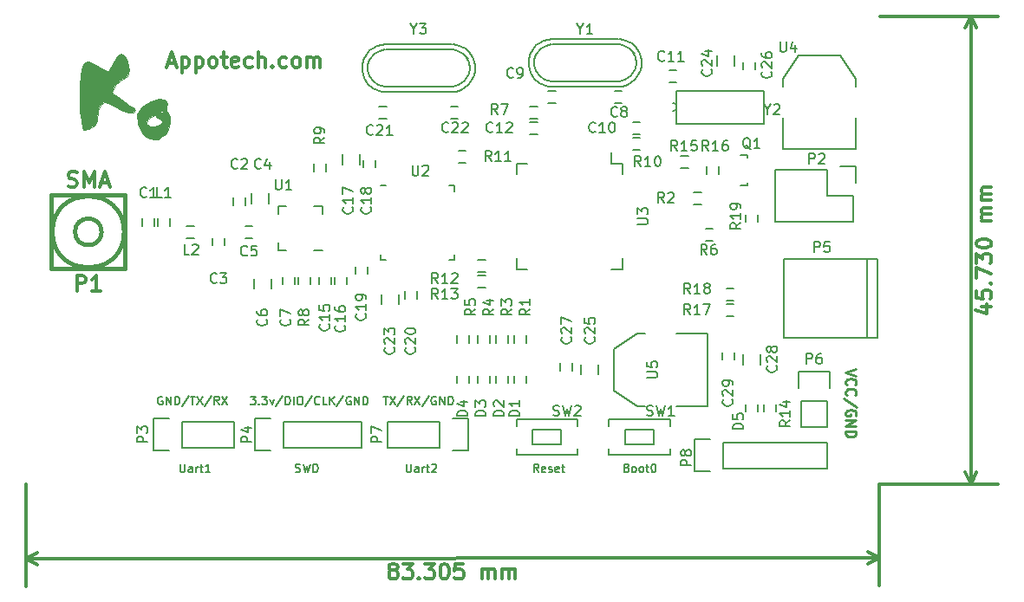
<source format=gbr>
G04 #@! TF.FileFunction,Legend,Top*
%FSLAX46Y46*%
G04 Gerber Fmt 4.6, Leading zero omitted, Abs format (unit mm)*
G04 Created by KiCad (PCBNEW 4.0.4-stable) date 11/24/16 17:28:53*
%MOMM*%
%LPD*%
G01*
G04 APERTURE LIST*
%ADD10C,0.150000*%
%ADD11C,0.300000*%
%ADD12C,0.200000*%
%ADD13C,0.250000*%
%ADD14C,0.010000*%
%ADD15C,0.381000*%
%ADD16C,0.304800*%
G04 APERTURE END LIST*
D10*
D11*
X118773714Y-80768000D02*
X119488000Y-80768000D01*
X118630857Y-81196571D02*
X119130857Y-79696571D01*
X119630857Y-81196571D01*
X120130857Y-80196571D02*
X120130857Y-81696571D01*
X120130857Y-80268000D02*
X120273714Y-80196571D01*
X120559428Y-80196571D01*
X120702285Y-80268000D01*
X120773714Y-80339429D01*
X120845143Y-80482286D01*
X120845143Y-80910857D01*
X120773714Y-81053714D01*
X120702285Y-81125143D01*
X120559428Y-81196571D01*
X120273714Y-81196571D01*
X120130857Y-81125143D01*
X121488000Y-80196571D02*
X121488000Y-81696571D01*
X121488000Y-80268000D02*
X121630857Y-80196571D01*
X121916571Y-80196571D01*
X122059428Y-80268000D01*
X122130857Y-80339429D01*
X122202286Y-80482286D01*
X122202286Y-80910857D01*
X122130857Y-81053714D01*
X122059428Y-81125143D01*
X121916571Y-81196571D01*
X121630857Y-81196571D01*
X121488000Y-81125143D01*
X123059429Y-81196571D02*
X122916571Y-81125143D01*
X122845143Y-81053714D01*
X122773714Y-80910857D01*
X122773714Y-80482286D01*
X122845143Y-80339429D01*
X122916571Y-80268000D01*
X123059429Y-80196571D01*
X123273714Y-80196571D01*
X123416571Y-80268000D01*
X123488000Y-80339429D01*
X123559429Y-80482286D01*
X123559429Y-80910857D01*
X123488000Y-81053714D01*
X123416571Y-81125143D01*
X123273714Y-81196571D01*
X123059429Y-81196571D01*
X123988000Y-80196571D02*
X124559429Y-80196571D01*
X124202286Y-79696571D02*
X124202286Y-80982286D01*
X124273714Y-81125143D01*
X124416572Y-81196571D01*
X124559429Y-81196571D01*
X125630857Y-81125143D02*
X125488000Y-81196571D01*
X125202286Y-81196571D01*
X125059429Y-81125143D01*
X124988000Y-80982286D01*
X124988000Y-80410857D01*
X125059429Y-80268000D01*
X125202286Y-80196571D01*
X125488000Y-80196571D01*
X125630857Y-80268000D01*
X125702286Y-80410857D01*
X125702286Y-80553714D01*
X124988000Y-80696571D01*
X126988000Y-81125143D02*
X126845143Y-81196571D01*
X126559429Y-81196571D01*
X126416571Y-81125143D01*
X126345143Y-81053714D01*
X126273714Y-80910857D01*
X126273714Y-80482286D01*
X126345143Y-80339429D01*
X126416571Y-80268000D01*
X126559429Y-80196571D01*
X126845143Y-80196571D01*
X126988000Y-80268000D01*
X127630857Y-81196571D02*
X127630857Y-79696571D01*
X128273714Y-81196571D02*
X128273714Y-80410857D01*
X128202285Y-80268000D01*
X128059428Y-80196571D01*
X127845143Y-80196571D01*
X127702285Y-80268000D01*
X127630857Y-80339429D01*
X128988000Y-81053714D02*
X129059428Y-81125143D01*
X128988000Y-81196571D01*
X128916571Y-81125143D01*
X128988000Y-81053714D01*
X128988000Y-81196571D01*
X130345143Y-81125143D02*
X130202286Y-81196571D01*
X129916572Y-81196571D01*
X129773714Y-81125143D01*
X129702286Y-81053714D01*
X129630857Y-80910857D01*
X129630857Y-80482286D01*
X129702286Y-80339429D01*
X129773714Y-80268000D01*
X129916572Y-80196571D01*
X130202286Y-80196571D01*
X130345143Y-80268000D01*
X131202286Y-81196571D02*
X131059428Y-81125143D01*
X130988000Y-81053714D01*
X130916571Y-80910857D01*
X130916571Y-80482286D01*
X130988000Y-80339429D01*
X131059428Y-80268000D01*
X131202286Y-80196571D01*
X131416571Y-80196571D01*
X131559428Y-80268000D01*
X131630857Y-80339429D01*
X131702286Y-80482286D01*
X131702286Y-80910857D01*
X131630857Y-81053714D01*
X131559428Y-81125143D01*
X131416571Y-81196571D01*
X131202286Y-81196571D01*
X132345143Y-81196571D02*
X132345143Y-80196571D01*
X132345143Y-80339429D02*
X132416571Y-80268000D01*
X132559429Y-80196571D01*
X132773714Y-80196571D01*
X132916571Y-80268000D01*
X132988000Y-80410857D01*
X132988000Y-81196571D01*
X132988000Y-80410857D02*
X133059429Y-80268000D01*
X133202286Y-80196571D01*
X133416571Y-80196571D01*
X133559429Y-80268000D01*
X133630857Y-80410857D01*
X133630857Y-81196571D01*
D12*
X163569809Y-120338857D02*
X163684095Y-120376952D01*
X163722190Y-120415048D01*
X163760285Y-120491238D01*
X163760285Y-120605524D01*
X163722190Y-120681714D01*
X163684095Y-120719810D01*
X163607904Y-120757905D01*
X163303142Y-120757905D01*
X163303142Y-119957905D01*
X163569809Y-119957905D01*
X163645999Y-119996000D01*
X163684095Y-120034095D01*
X163722190Y-120110286D01*
X163722190Y-120186476D01*
X163684095Y-120262667D01*
X163645999Y-120300762D01*
X163569809Y-120338857D01*
X163303142Y-120338857D01*
X164217428Y-120757905D02*
X164141237Y-120719810D01*
X164103142Y-120681714D01*
X164065047Y-120605524D01*
X164065047Y-120376952D01*
X164103142Y-120300762D01*
X164141237Y-120262667D01*
X164217428Y-120224571D01*
X164331714Y-120224571D01*
X164407904Y-120262667D01*
X164445999Y-120300762D01*
X164484095Y-120376952D01*
X164484095Y-120605524D01*
X164445999Y-120681714D01*
X164407904Y-120719810D01*
X164331714Y-120757905D01*
X164217428Y-120757905D01*
X164941238Y-120757905D02*
X164865047Y-120719810D01*
X164826952Y-120681714D01*
X164788857Y-120605524D01*
X164788857Y-120376952D01*
X164826952Y-120300762D01*
X164865047Y-120262667D01*
X164941238Y-120224571D01*
X165055524Y-120224571D01*
X165131714Y-120262667D01*
X165169809Y-120300762D01*
X165207905Y-120376952D01*
X165207905Y-120605524D01*
X165169809Y-120681714D01*
X165131714Y-120719810D01*
X165055524Y-120757905D01*
X164941238Y-120757905D01*
X165436476Y-120224571D02*
X165741238Y-120224571D01*
X165550762Y-119957905D02*
X165550762Y-120643619D01*
X165588857Y-120719810D01*
X165665048Y-120757905D01*
X165741238Y-120757905D01*
X166160286Y-119957905D02*
X166236477Y-119957905D01*
X166312667Y-119996000D01*
X166350762Y-120034095D01*
X166388858Y-120110286D01*
X166426953Y-120262667D01*
X166426953Y-120453143D01*
X166388858Y-120605524D01*
X166350762Y-120681714D01*
X166312667Y-120719810D01*
X166236477Y-120757905D01*
X166160286Y-120757905D01*
X166084096Y-120719810D01*
X166046000Y-120681714D01*
X166007905Y-120605524D01*
X165969810Y-120453143D01*
X165969810Y-120262667D01*
X166007905Y-120110286D01*
X166046000Y-120034095D01*
X166084096Y-119996000D01*
X166160286Y-119957905D01*
X154965524Y-120757905D02*
X154698857Y-120376952D01*
X154508381Y-120757905D02*
X154508381Y-119957905D01*
X154813143Y-119957905D01*
X154889334Y-119996000D01*
X154927429Y-120034095D01*
X154965524Y-120110286D01*
X154965524Y-120224571D01*
X154927429Y-120300762D01*
X154889334Y-120338857D01*
X154813143Y-120376952D01*
X154508381Y-120376952D01*
X155613143Y-120719810D02*
X155536953Y-120757905D01*
X155384572Y-120757905D01*
X155308381Y-120719810D01*
X155270286Y-120643619D01*
X155270286Y-120338857D01*
X155308381Y-120262667D01*
X155384572Y-120224571D01*
X155536953Y-120224571D01*
X155613143Y-120262667D01*
X155651238Y-120338857D01*
X155651238Y-120415048D01*
X155270286Y-120491238D01*
X155956000Y-120719810D02*
X156032190Y-120757905D01*
X156184571Y-120757905D01*
X156260762Y-120719810D01*
X156298857Y-120643619D01*
X156298857Y-120605524D01*
X156260762Y-120529333D01*
X156184571Y-120491238D01*
X156070286Y-120491238D01*
X155994095Y-120453143D01*
X155956000Y-120376952D01*
X155956000Y-120338857D01*
X155994095Y-120262667D01*
X156070286Y-120224571D01*
X156184571Y-120224571D01*
X156260762Y-120262667D01*
X156946476Y-120719810D02*
X156870286Y-120757905D01*
X156717905Y-120757905D01*
X156641714Y-120719810D01*
X156603619Y-120643619D01*
X156603619Y-120338857D01*
X156641714Y-120262667D01*
X156717905Y-120224571D01*
X156870286Y-120224571D01*
X156946476Y-120262667D01*
X156984571Y-120338857D01*
X156984571Y-120415048D01*
X156603619Y-120491238D01*
X157213142Y-120224571D02*
X157517904Y-120224571D01*
X157327428Y-119957905D02*
X157327428Y-120643619D01*
X157365523Y-120719810D01*
X157441714Y-120757905D01*
X157517904Y-120757905D01*
X131248286Y-120719810D02*
X131362572Y-120757905D01*
X131553048Y-120757905D01*
X131629238Y-120719810D01*
X131667334Y-120681714D01*
X131705429Y-120605524D01*
X131705429Y-120529333D01*
X131667334Y-120453143D01*
X131629238Y-120415048D01*
X131553048Y-120376952D01*
X131400667Y-120338857D01*
X131324476Y-120300762D01*
X131286381Y-120262667D01*
X131248286Y-120186476D01*
X131248286Y-120110286D01*
X131286381Y-120034095D01*
X131324476Y-119996000D01*
X131400667Y-119957905D01*
X131591143Y-119957905D01*
X131705429Y-119996000D01*
X131972096Y-119957905D02*
X132162572Y-120757905D01*
X132314953Y-120186476D01*
X132467334Y-120757905D01*
X132657810Y-119957905D01*
X132962572Y-120757905D02*
X132962572Y-119957905D01*
X133153048Y-119957905D01*
X133267334Y-119996000D01*
X133343525Y-120072190D01*
X133381620Y-120148381D01*
X133419715Y-120300762D01*
X133419715Y-120415048D01*
X133381620Y-120567429D01*
X133343525Y-120643619D01*
X133267334Y-120719810D01*
X133153048Y-120757905D01*
X132962572Y-120757905D01*
X142062381Y-119957905D02*
X142062381Y-120605524D01*
X142100476Y-120681714D01*
X142138572Y-120719810D01*
X142214762Y-120757905D01*
X142367143Y-120757905D01*
X142443334Y-120719810D01*
X142481429Y-120681714D01*
X142519524Y-120605524D01*
X142519524Y-119957905D01*
X143243333Y-120757905D02*
X143243333Y-120338857D01*
X143205238Y-120262667D01*
X143129048Y-120224571D01*
X142976667Y-120224571D01*
X142900476Y-120262667D01*
X143243333Y-120719810D02*
X143167143Y-120757905D01*
X142976667Y-120757905D01*
X142900476Y-120719810D01*
X142862381Y-120643619D01*
X142862381Y-120567429D01*
X142900476Y-120491238D01*
X142976667Y-120453143D01*
X143167143Y-120453143D01*
X143243333Y-120415048D01*
X143624286Y-120757905D02*
X143624286Y-120224571D01*
X143624286Y-120376952D02*
X143662381Y-120300762D01*
X143700477Y-120262667D01*
X143776667Y-120224571D01*
X143852858Y-120224571D01*
X144005238Y-120224571D02*
X144310000Y-120224571D01*
X144119524Y-119957905D02*
X144119524Y-120643619D01*
X144157619Y-120719810D01*
X144233810Y-120757905D01*
X144310000Y-120757905D01*
X144538572Y-120034095D02*
X144576667Y-119996000D01*
X144652858Y-119957905D01*
X144843334Y-119957905D01*
X144919524Y-119996000D01*
X144957620Y-120034095D01*
X144995715Y-120110286D01*
X144995715Y-120186476D01*
X144957620Y-120300762D01*
X144500477Y-120757905D01*
X144995715Y-120757905D01*
X119964381Y-119957905D02*
X119964381Y-120605524D01*
X120002476Y-120681714D01*
X120040572Y-120719810D01*
X120116762Y-120757905D01*
X120269143Y-120757905D01*
X120345334Y-120719810D01*
X120383429Y-120681714D01*
X120421524Y-120605524D01*
X120421524Y-119957905D01*
X121145333Y-120757905D02*
X121145333Y-120338857D01*
X121107238Y-120262667D01*
X121031048Y-120224571D01*
X120878667Y-120224571D01*
X120802476Y-120262667D01*
X121145333Y-120719810D02*
X121069143Y-120757905D01*
X120878667Y-120757905D01*
X120802476Y-120719810D01*
X120764381Y-120643619D01*
X120764381Y-120567429D01*
X120802476Y-120491238D01*
X120878667Y-120453143D01*
X121069143Y-120453143D01*
X121145333Y-120415048D01*
X121526286Y-120757905D02*
X121526286Y-120224571D01*
X121526286Y-120376952D02*
X121564381Y-120300762D01*
X121602477Y-120262667D01*
X121678667Y-120224571D01*
X121754858Y-120224571D01*
X121907238Y-120224571D02*
X122212000Y-120224571D01*
X122021524Y-119957905D02*
X122021524Y-120643619D01*
X122059619Y-120719810D01*
X122135810Y-120757905D01*
X122212000Y-120757905D01*
X122897715Y-120757905D02*
X122440572Y-120757905D01*
X122669143Y-120757905D02*
X122669143Y-119957905D01*
X122592953Y-120072190D01*
X122516762Y-120148381D01*
X122440572Y-120186476D01*
D13*
X185967619Y-110665048D02*
X184967619Y-110998381D01*
X185967619Y-111331715D01*
X185062857Y-112236477D02*
X185015238Y-112188858D01*
X184967619Y-112046001D01*
X184967619Y-111950763D01*
X185015238Y-111807905D01*
X185110476Y-111712667D01*
X185205714Y-111665048D01*
X185396190Y-111617429D01*
X185539048Y-111617429D01*
X185729524Y-111665048D01*
X185824762Y-111712667D01*
X185920000Y-111807905D01*
X185967619Y-111950763D01*
X185967619Y-112046001D01*
X185920000Y-112188858D01*
X185872381Y-112236477D01*
X185062857Y-113236477D02*
X185015238Y-113188858D01*
X184967619Y-113046001D01*
X184967619Y-112950763D01*
X185015238Y-112807905D01*
X185110476Y-112712667D01*
X185205714Y-112665048D01*
X185396190Y-112617429D01*
X185539048Y-112617429D01*
X185729524Y-112665048D01*
X185824762Y-112712667D01*
X185920000Y-112807905D01*
X185967619Y-112950763D01*
X185967619Y-113046001D01*
X185920000Y-113188858D01*
X185872381Y-113236477D01*
X186015238Y-114379334D02*
X184729524Y-113522191D01*
X185920000Y-115236477D02*
X185967619Y-115141239D01*
X185967619Y-114998382D01*
X185920000Y-114855524D01*
X185824762Y-114760286D01*
X185729524Y-114712667D01*
X185539048Y-114665048D01*
X185396190Y-114665048D01*
X185205714Y-114712667D01*
X185110476Y-114760286D01*
X185015238Y-114855524D01*
X184967619Y-114998382D01*
X184967619Y-115093620D01*
X185015238Y-115236477D01*
X185062857Y-115284096D01*
X185396190Y-115284096D01*
X185396190Y-115093620D01*
X184967619Y-115712667D02*
X185967619Y-115712667D01*
X184967619Y-116284096D01*
X185967619Y-116284096D01*
X184967619Y-116760286D02*
X185967619Y-116760286D01*
X185967619Y-116998381D01*
X185920000Y-117141239D01*
X185824762Y-117236477D01*
X185729524Y-117284096D01*
X185539048Y-117331715D01*
X185396190Y-117331715D01*
X185205714Y-117284096D01*
X185110476Y-117236477D01*
X185015238Y-117141239D01*
X184967619Y-116998381D01*
X184967619Y-116760286D01*
D12*
X139808381Y-113353905D02*
X140265524Y-113353905D01*
X140036953Y-114153905D02*
X140036953Y-113353905D01*
X140456001Y-113353905D02*
X140989334Y-114153905D01*
X140989334Y-113353905D02*
X140456001Y-114153905D01*
X141865525Y-113315810D02*
X141179810Y-114344381D01*
X142589334Y-114153905D02*
X142322667Y-113772952D01*
X142132191Y-114153905D02*
X142132191Y-113353905D01*
X142436953Y-113353905D01*
X142513144Y-113392000D01*
X142551239Y-113430095D01*
X142589334Y-113506286D01*
X142589334Y-113620571D01*
X142551239Y-113696762D01*
X142513144Y-113734857D01*
X142436953Y-113772952D01*
X142132191Y-113772952D01*
X142856001Y-113353905D02*
X143389334Y-114153905D01*
X143389334Y-113353905D02*
X142856001Y-114153905D01*
X144265525Y-113315810D02*
X143579810Y-114344381D01*
X144951239Y-113392000D02*
X144875048Y-113353905D01*
X144760763Y-113353905D01*
X144646477Y-113392000D01*
X144570286Y-113468190D01*
X144532191Y-113544381D01*
X144494096Y-113696762D01*
X144494096Y-113811048D01*
X144532191Y-113963429D01*
X144570286Y-114039619D01*
X144646477Y-114115810D01*
X144760763Y-114153905D01*
X144836953Y-114153905D01*
X144951239Y-114115810D01*
X144989334Y-114077714D01*
X144989334Y-113811048D01*
X144836953Y-113811048D01*
X145332191Y-114153905D02*
X145332191Y-113353905D01*
X145789334Y-114153905D01*
X145789334Y-113353905D01*
X146170286Y-114153905D02*
X146170286Y-113353905D01*
X146360762Y-113353905D01*
X146475048Y-113392000D01*
X146551239Y-113468190D01*
X146589334Y-113544381D01*
X146627429Y-113696762D01*
X146627429Y-113811048D01*
X146589334Y-113963429D01*
X146551239Y-114039619D01*
X146475048Y-114115810D01*
X146360762Y-114153905D01*
X146170286Y-114153905D01*
X118243715Y-113392000D02*
X118167524Y-113353905D01*
X118053239Y-113353905D01*
X117938953Y-113392000D01*
X117862762Y-113468190D01*
X117824667Y-113544381D01*
X117786572Y-113696762D01*
X117786572Y-113811048D01*
X117824667Y-113963429D01*
X117862762Y-114039619D01*
X117938953Y-114115810D01*
X118053239Y-114153905D01*
X118129429Y-114153905D01*
X118243715Y-114115810D01*
X118281810Y-114077714D01*
X118281810Y-113811048D01*
X118129429Y-113811048D01*
X118624667Y-114153905D02*
X118624667Y-113353905D01*
X119081810Y-114153905D01*
X119081810Y-113353905D01*
X119462762Y-114153905D02*
X119462762Y-113353905D01*
X119653238Y-113353905D01*
X119767524Y-113392000D01*
X119843715Y-113468190D01*
X119881810Y-113544381D01*
X119919905Y-113696762D01*
X119919905Y-113811048D01*
X119881810Y-113963429D01*
X119843715Y-114039619D01*
X119767524Y-114115810D01*
X119653238Y-114153905D01*
X119462762Y-114153905D01*
X120834191Y-113315810D02*
X120148476Y-114344381D01*
X120986571Y-113353905D02*
X121443714Y-113353905D01*
X121215143Y-114153905D02*
X121215143Y-113353905D01*
X121634191Y-113353905D02*
X122167524Y-114153905D01*
X122167524Y-113353905D02*
X121634191Y-114153905D01*
X123043715Y-113315810D02*
X122358000Y-114344381D01*
X123767524Y-114153905D02*
X123500857Y-113772952D01*
X123310381Y-114153905D02*
X123310381Y-113353905D01*
X123615143Y-113353905D01*
X123691334Y-113392000D01*
X123729429Y-113430095D01*
X123767524Y-113506286D01*
X123767524Y-113620571D01*
X123729429Y-113696762D01*
X123691334Y-113734857D01*
X123615143Y-113772952D01*
X123310381Y-113772952D01*
X124034191Y-113353905D02*
X124567524Y-114153905D01*
X124567524Y-113353905D02*
X124034191Y-114153905D01*
X126835620Y-113353905D02*
X127330858Y-113353905D01*
X127064191Y-113658667D01*
X127178477Y-113658667D01*
X127254667Y-113696762D01*
X127292763Y-113734857D01*
X127330858Y-113811048D01*
X127330858Y-114001524D01*
X127292763Y-114077714D01*
X127254667Y-114115810D01*
X127178477Y-114153905D01*
X126949905Y-114153905D01*
X126873715Y-114115810D01*
X126835620Y-114077714D01*
X127673715Y-114077714D02*
X127711810Y-114115810D01*
X127673715Y-114153905D01*
X127635620Y-114115810D01*
X127673715Y-114077714D01*
X127673715Y-114153905D01*
X127978477Y-113353905D02*
X128473715Y-113353905D01*
X128207048Y-113658667D01*
X128321334Y-113658667D01*
X128397524Y-113696762D01*
X128435620Y-113734857D01*
X128473715Y-113811048D01*
X128473715Y-114001524D01*
X128435620Y-114077714D01*
X128397524Y-114115810D01*
X128321334Y-114153905D01*
X128092762Y-114153905D01*
X128016572Y-114115810D01*
X127978477Y-114077714D01*
X128740382Y-113620571D02*
X128930858Y-114153905D01*
X129121334Y-113620571D01*
X129997525Y-113315810D02*
X129311810Y-114344381D01*
X130264191Y-114153905D02*
X130264191Y-113353905D01*
X130454667Y-113353905D01*
X130568953Y-113392000D01*
X130645144Y-113468190D01*
X130683239Y-113544381D01*
X130721334Y-113696762D01*
X130721334Y-113811048D01*
X130683239Y-113963429D01*
X130645144Y-114039619D01*
X130568953Y-114115810D01*
X130454667Y-114153905D01*
X130264191Y-114153905D01*
X131064191Y-114153905D02*
X131064191Y-113353905D01*
X131597524Y-113353905D02*
X131749905Y-113353905D01*
X131826096Y-113392000D01*
X131902286Y-113468190D01*
X131940381Y-113620571D01*
X131940381Y-113887238D01*
X131902286Y-114039619D01*
X131826096Y-114115810D01*
X131749905Y-114153905D01*
X131597524Y-114153905D01*
X131521334Y-114115810D01*
X131445143Y-114039619D01*
X131407048Y-113887238D01*
X131407048Y-113620571D01*
X131445143Y-113468190D01*
X131521334Y-113392000D01*
X131597524Y-113353905D01*
X132854667Y-113315810D02*
X132168952Y-114344381D01*
X133578476Y-114077714D02*
X133540381Y-114115810D01*
X133426095Y-114153905D01*
X133349905Y-114153905D01*
X133235619Y-114115810D01*
X133159428Y-114039619D01*
X133121333Y-113963429D01*
X133083238Y-113811048D01*
X133083238Y-113696762D01*
X133121333Y-113544381D01*
X133159428Y-113468190D01*
X133235619Y-113392000D01*
X133349905Y-113353905D01*
X133426095Y-113353905D01*
X133540381Y-113392000D01*
X133578476Y-113430095D01*
X134302286Y-114153905D02*
X133921333Y-114153905D01*
X133921333Y-113353905D01*
X134568952Y-114153905D02*
X134568952Y-113353905D01*
X135026095Y-114153905D02*
X134683238Y-113696762D01*
X135026095Y-113353905D02*
X134568952Y-113811048D01*
X135940381Y-113315810D02*
X135254666Y-114344381D01*
X136626095Y-113392000D02*
X136549904Y-113353905D01*
X136435619Y-113353905D01*
X136321333Y-113392000D01*
X136245142Y-113468190D01*
X136207047Y-113544381D01*
X136168952Y-113696762D01*
X136168952Y-113811048D01*
X136207047Y-113963429D01*
X136245142Y-114039619D01*
X136321333Y-114115810D01*
X136435619Y-114153905D01*
X136511809Y-114153905D01*
X136626095Y-114115810D01*
X136664190Y-114077714D01*
X136664190Y-113811048D01*
X136511809Y-113811048D01*
X137007047Y-114153905D02*
X137007047Y-113353905D01*
X137464190Y-114153905D01*
X137464190Y-113353905D01*
X137845142Y-114153905D02*
X137845142Y-113353905D01*
X138035618Y-113353905D01*
X138149904Y-113392000D01*
X138226095Y-113468190D01*
X138264190Y-113544381D01*
X138302285Y-113696762D01*
X138302285Y-113811048D01*
X138264190Y-113963429D01*
X138226095Y-114039619D01*
X138149904Y-114115810D01*
X138035618Y-114153905D01*
X137845142Y-114153905D01*
D11*
X198191815Y-104555061D02*
X199191815Y-104555061D01*
X197620387Y-104912204D02*
X198691815Y-105269347D01*
X198691815Y-104340775D01*
X197691815Y-103055061D02*
X197691815Y-103769347D01*
X198406101Y-103840776D01*
X198334673Y-103769347D01*
X198263244Y-103626490D01*
X198263244Y-103269347D01*
X198334673Y-103126490D01*
X198406101Y-103055061D01*
X198548958Y-102983633D01*
X198906101Y-102983633D01*
X199048958Y-103055061D01*
X199120387Y-103126490D01*
X199191815Y-103269347D01*
X199191815Y-103626490D01*
X199120387Y-103769347D01*
X199048958Y-103840776D01*
X199048958Y-102340776D02*
X199120387Y-102269348D01*
X199191815Y-102340776D01*
X199120387Y-102412205D01*
X199048958Y-102340776D01*
X199191815Y-102340776D01*
X197691815Y-101769347D02*
X197691815Y-100769347D01*
X199191815Y-101412204D01*
X197691815Y-100340776D02*
X197691815Y-99412205D01*
X198263244Y-99912205D01*
X198263244Y-99697919D01*
X198334673Y-99555062D01*
X198406101Y-99483633D01*
X198548958Y-99412205D01*
X198906101Y-99412205D01*
X199048958Y-99483633D01*
X199120387Y-99555062D01*
X199191815Y-99697919D01*
X199191815Y-100126491D01*
X199120387Y-100269348D01*
X199048958Y-100340776D01*
X197691815Y-98483634D02*
X197691815Y-98340777D01*
X197763244Y-98197920D01*
X197834673Y-98126491D01*
X197977530Y-98055062D01*
X198263244Y-97983634D01*
X198620387Y-97983634D01*
X198906101Y-98055062D01*
X199048958Y-98126491D01*
X199120387Y-98197920D01*
X199191815Y-98340777D01*
X199191815Y-98483634D01*
X199120387Y-98626491D01*
X199048958Y-98697920D01*
X198906101Y-98769348D01*
X198620387Y-98840777D01*
X198263244Y-98840777D01*
X197977530Y-98769348D01*
X197834673Y-98697920D01*
X197763244Y-98626491D01*
X197691815Y-98483634D01*
X199191815Y-96197920D02*
X198191815Y-96197920D01*
X198334673Y-96197920D02*
X198263244Y-96126492D01*
X198191815Y-95983634D01*
X198191815Y-95769349D01*
X198263244Y-95626492D01*
X198406101Y-95555063D01*
X199191815Y-95555063D01*
X198406101Y-95555063D02*
X198263244Y-95483634D01*
X198191815Y-95340777D01*
X198191815Y-95126492D01*
X198263244Y-94983634D01*
X198406101Y-94912206D01*
X199191815Y-94912206D01*
X199191815Y-94197920D02*
X198191815Y-94197920D01*
X198334673Y-94197920D02*
X198263244Y-94126492D01*
X198191815Y-93983634D01*
X198191815Y-93769349D01*
X198263244Y-93626492D01*
X198406101Y-93555063D01*
X199191815Y-93555063D01*
X198406101Y-93555063D02*
X198263244Y-93483634D01*
X198191815Y-93340777D01*
X198191815Y-93126492D01*
X198263244Y-92983634D01*
X198406101Y-92912206D01*
X199191815Y-92912206D01*
X197163244Y-121920226D02*
X197163244Y-76189898D01*
X188324109Y-121920226D02*
X199863244Y-121920226D01*
X188324109Y-76189898D02*
X199863244Y-76189898D01*
X197163244Y-76189898D02*
X197749665Y-77316402D01*
X197163244Y-76189898D02*
X196576823Y-77316402D01*
X197163244Y-121920226D02*
X197749665Y-120793722D01*
X197163244Y-121920226D02*
X196576823Y-120793722D01*
X140639182Y-130354662D02*
X140496271Y-130283339D01*
X140424790Y-130211964D01*
X140353254Y-130069160D01*
X140353201Y-129997732D01*
X140424523Y-129854822D01*
X140495898Y-129783339D01*
X140638703Y-129711804D01*
X140924417Y-129711591D01*
X141067327Y-129782913D01*
X141138809Y-129854289D01*
X141210344Y-129997092D01*
X141210397Y-130068520D01*
X141139076Y-130211431D01*
X141067700Y-130282913D01*
X140924896Y-130354448D01*
X140639182Y-130354662D01*
X140496378Y-130426196D01*
X140425003Y-130497679D01*
X140353681Y-130640589D01*
X140353894Y-130926303D01*
X140425430Y-131069106D01*
X140496911Y-131140482D01*
X140639822Y-131211803D01*
X140925536Y-131211590D01*
X141068340Y-131140056D01*
X141139715Y-131068573D01*
X141211037Y-130925663D01*
X141210823Y-130639949D01*
X141139289Y-130497145D01*
X141067807Y-130425770D01*
X140924896Y-130354448D01*
X141710130Y-129711004D02*
X142638701Y-129710311D01*
X142139128Y-130282113D01*
X142353414Y-130281953D01*
X142496324Y-130353276D01*
X142567806Y-130424650D01*
X142639341Y-130567454D01*
X142639607Y-130924597D01*
X142568286Y-131067507D01*
X142496910Y-131138989D01*
X142354107Y-131210524D01*
X141925535Y-131210844D01*
X141782624Y-131139522D01*
X141711143Y-131068147D01*
X143282571Y-131066974D02*
X143354052Y-131138350D01*
X143282677Y-131209831D01*
X143211195Y-131138456D01*
X143282571Y-131066974D01*
X143282677Y-131209831D01*
X143852987Y-129709405D02*
X144781557Y-129708712D01*
X144281984Y-130280514D01*
X144496270Y-130280354D01*
X144639180Y-130351676D01*
X144710663Y-130423051D01*
X144782197Y-130565855D01*
X144782464Y-130922998D01*
X144711142Y-131065908D01*
X144639767Y-131137390D01*
X144496963Y-131208925D01*
X144068391Y-131209245D01*
X143925481Y-131137923D01*
X143854000Y-131066548D01*
X145710128Y-129708019D02*
X145852985Y-129707912D01*
X145995895Y-129779235D01*
X146067378Y-129850610D01*
X146138913Y-129993414D01*
X146210555Y-130279075D01*
X146210821Y-130636218D01*
X146139606Y-130921985D01*
X146068284Y-131064895D01*
X145996908Y-131136377D01*
X145854105Y-131207912D01*
X145711248Y-131208019D01*
X145568337Y-131136697D01*
X145496855Y-131065321D01*
X145425321Y-130922518D01*
X145353678Y-130636857D01*
X145353412Y-130279714D01*
X145424628Y-129993947D01*
X145495949Y-129851037D01*
X145567325Y-129779555D01*
X145710128Y-129708019D01*
X147567271Y-129706633D02*
X146852985Y-129707166D01*
X146782089Y-130421505D01*
X146853465Y-130350024D01*
X146996268Y-130278488D01*
X147353411Y-130278222D01*
X147496321Y-130349544D01*
X147567804Y-130420919D01*
X147639338Y-130563722D01*
X147639605Y-130920865D01*
X147568284Y-131063776D01*
X147496908Y-131135258D01*
X147354104Y-131206792D01*
X146996961Y-131207059D01*
X146854051Y-131135738D01*
X146782569Y-131064362D01*
X149425532Y-131205246D02*
X149424785Y-130205247D01*
X149424892Y-130348105D02*
X149496267Y-130276622D01*
X149639071Y-130205087D01*
X149853356Y-130204927D01*
X149996266Y-130276249D01*
X150067802Y-130419053D01*
X150068388Y-131204767D01*
X150067802Y-130419053D02*
X150139124Y-130276143D01*
X150281928Y-130204607D01*
X150496213Y-130204447D01*
X150639124Y-130275769D01*
X150710659Y-130418573D01*
X150711245Y-131204287D01*
X151425531Y-131203754D02*
X151424785Y-130203754D01*
X151424891Y-130346612D02*
X151496266Y-130275130D01*
X151639071Y-130203594D01*
X151853356Y-130203434D01*
X151996266Y-130274757D01*
X152067802Y-130417560D01*
X152068388Y-131203274D01*
X152067802Y-130417560D02*
X152139124Y-130274650D01*
X152281928Y-130203114D01*
X152496212Y-130202954D01*
X152639124Y-130274277D01*
X152710658Y-130417081D01*
X152711245Y-131202794D01*
X104914359Y-129209895D02*
X188219394Y-129147723D01*
X104908965Y-121982172D02*
X104916374Y-131909894D01*
X188214000Y-121920000D02*
X188221409Y-131847722D01*
X188219394Y-129147723D02*
X187093328Y-129734984D01*
X188219394Y-129147723D02*
X187092453Y-128562143D01*
X104914359Y-129209895D02*
X106041300Y-129795475D01*
X104914359Y-129209895D02*
X106040425Y-128622634D01*
D10*
X123098000Y-98582000D02*
X123098000Y-97882000D01*
X124298000Y-97882000D02*
X124298000Y-98582000D01*
D14*
G36*
X118456337Y-84329046D02*
X118703665Y-84687436D01*
X118643357Y-85056322D01*
X118659646Y-85507207D01*
X118785188Y-85649345D01*
X118957093Y-86012247D01*
X118954219Y-86621410D01*
X118815129Y-87262112D01*
X118578387Y-87719629D01*
X118395859Y-87817158D01*
X118062847Y-87954230D01*
X118029789Y-88051106D01*
X117829004Y-88276255D01*
X117356670Y-88278720D01*
X116807816Y-88097056D01*
X116377470Y-87769822D01*
X116339283Y-87716895D01*
X115853020Y-86733577D01*
X116710218Y-86733577D01*
X117054348Y-86961214D01*
X117407591Y-86965970D01*
X117975835Y-86791567D01*
X118231977Y-86547158D01*
X118117185Y-86263326D01*
X117902606Y-86212948D01*
X117612896Y-86080583D01*
X117645222Y-85918904D01*
X117649128Y-85766154D01*
X117259949Y-85928311D01*
X116772082Y-86342399D01*
X116710218Y-86733577D01*
X115853020Y-86733577D01*
X115809172Y-86644908D01*
X115769670Y-85767354D01*
X115911866Y-85544527D01*
X118029789Y-85544527D01*
X118163473Y-85678211D01*
X118297158Y-85544527D01*
X118163473Y-85410842D01*
X118029789Y-85544527D01*
X115911866Y-85544527D01*
X116229672Y-85046515D01*
X117100235Y-84490014D01*
X117888211Y-84250889D01*
X118456337Y-84329046D01*
X118456337Y-84329046D01*
G37*
X118456337Y-84329046D02*
X118703665Y-84687436D01*
X118643357Y-85056322D01*
X118659646Y-85507207D01*
X118785188Y-85649345D01*
X118957093Y-86012247D01*
X118954219Y-86621410D01*
X118815129Y-87262112D01*
X118578387Y-87719629D01*
X118395859Y-87817158D01*
X118062847Y-87954230D01*
X118029789Y-88051106D01*
X117829004Y-88276255D01*
X117356670Y-88278720D01*
X116807816Y-88097056D01*
X116377470Y-87769822D01*
X116339283Y-87716895D01*
X115853020Y-86733577D01*
X116710218Y-86733577D01*
X117054348Y-86961214D01*
X117407591Y-86965970D01*
X117975835Y-86791567D01*
X118231977Y-86547158D01*
X118117185Y-86263326D01*
X117902606Y-86212948D01*
X117612896Y-86080583D01*
X117645222Y-85918904D01*
X117649128Y-85766154D01*
X117259949Y-85928311D01*
X116772082Y-86342399D01*
X116710218Y-86733577D01*
X115853020Y-86733577D01*
X115809172Y-86644908D01*
X115769670Y-85767354D01*
X115911866Y-85544527D01*
X118029789Y-85544527D01*
X118163473Y-85678211D01*
X118297158Y-85544527D01*
X118163473Y-85410842D01*
X118029789Y-85544527D01*
X115911866Y-85544527D01*
X116229672Y-85046515D01*
X117100235Y-84490014D01*
X117888211Y-84250889D01*
X118456337Y-84329046D01*
G36*
X114555879Y-80150425D02*
X114781829Y-80605708D01*
X115012623Y-81468606D01*
X114792717Y-82087577D01*
X114183111Y-82504695D01*
X113762652Y-82816972D01*
X113434915Y-83247396D01*
X113293147Y-83631959D01*
X113430593Y-83806656D01*
X113442715Y-83806958D01*
X113740501Y-83965880D01*
X114257183Y-84359104D01*
X114395060Y-84475379D01*
X114952066Y-84907922D01*
X115348644Y-85133954D01*
X115397691Y-85143474D01*
X115617159Y-85348125D01*
X115623473Y-85410842D01*
X115419139Y-85650386D01*
X114886879Y-85617520D01*
X114147806Y-85330188D01*
X113812274Y-85142474D01*
X113148906Y-84792607D01*
X112636024Y-84614474D01*
X112573458Y-84608737D01*
X112226156Y-84852768D01*
X111978998Y-85495877D01*
X111883966Y-86382290D01*
X111640344Y-86892037D01*
X111008306Y-87213717D01*
X110515025Y-87278770D01*
X110413587Y-87036761D01*
X110302139Y-86398077D01*
X110204446Y-85499713D01*
X110202599Y-85477684D01*
X110155322Y-84306022D01*
X110188958Y-83098001D01*
X110290366Y-81995651D01*
X110446399Y-81141003D01*
X110643914Y-80676085D01*
X110647285Y-80672644D01*
X110980776Y-80667856D01*
X111587921Y-80889875D01*
X111888819Y-81042108D01*
X112929680Y-81612244D01*
X113465455Y-80704175D01*
X113917490Y-80034569D01*
X114251779Y-79852169D01*
X114555879Y-80150425D01*
X114555879Y-80150425D01*
G37*
X114555879Y-80150425D02*
X114781829Y-80605708D01*
X115012623Y-81468606D01*
X114792717Y-82087577D01*
X114183111Y-82504695D01*
X113762652Y-82816972D01*
X113434915Y-83247396D01*
X113293147Y-83631959D01*
X113430593Y-83806656D01*
X113442715Y-83806958D01*
X113740501Y-83965880D01*
X114257183Y-84359104D01*
X114395060Y-84475379D01*
X114952066Y-84907922D01*
X115348644Y-85133954D01*
X115397691Y-85143474D01*
X115617159Y-85348125D01*
X115623473Y-85410842D01*
X115419139Y-85650386D01*
X114886879Y-85617520D01*
X114147806Y-85330188D01*
X113812274Y-85142474D01*
X113148906Y-84792607D01*
X112636024Y-84614474D01*
X112573458Y-84608737D01*
X112226156Y-84852768D01*
X111978998Y-85495877D01*
X111883966Y-86382290D01*
X111640344Y-86892037D01*
X111008306Y-87213717D01*
X110515025Y-87278770D01*
X110413587Y-87036761D01*
X110302139Y-86398077D01*
X110204446Y-85499713D01*
X110202599Y-85477684D01*
X110155322Y-84306022D01*
X110188958Y-83098001D01*
X110290366Y-81995651D01*
X110446399Y-81141003D01*
X110643914Y-80676085D01*
X110647285Y-80672644D01*
X110980776Y-80667856D01*
X111587921Y-80889875D01*
X111888819Y-81042108D01*
X112929680Y-81612244D01*
X113465455Y-80704175D01*
X113917490Y-80034569D01*
X114251779Y-79852169D01*
X114555879Y-80150425D01*
D10*
X163163000Y-90583000D02*
X162088000Y-90583000D01*
X163163000Y-100933000D02*
X162088000Y-100933000D01*
X152813000Y-100933000D02*
X153888000Y-100933000D01*
X152813000Y-90583000D02*
X153888000Y-90583000D01*
X163163000Y-90583000D02*
X163163000Y-91658000D01*
X152813000Y-90583000D02*
X152813000Y-91658000D01*
X152813000Y-100933000D02*
X152813000Y-99858000D01*
X163163000Y-100933000D02*
X163163000Y-99858000D01*
X162088000Y-90583000D02*
X162088000Y-89558000D01*
X168402000Y-114300000D02*
X171450000Y-114300000D01*
X171450000Y-114300000D02*
X171450000Y-107188000D01*
X171450000Y-107188000D02*
X168402000Y-107188000D01*
X165354000Y-114300000D02*
X164592000Y-114300000D01*
X164592000Y-114300000D02*
X162306000Y-112776000D01*
X162306000Y-112776000D02*
X162306000Y-108712000D01*
X162306000Y-108712000D02*
X164592000Y-107188000D01*
X164592000Y-107188000D02*
X165354000Y-107188000D01*
X169580000Y-91024000D02*
X168880000Y-91024000D01*
X168880000Y-89824000D02*
X169580000Y-89824000D01*
X187076080Y-107650280D02*
X187076080Y-99949000D01*
X188076840Y-107650280D02*
X188076840Y-99949000D01*
X188076840Y-99949000D02*
X178876960Y-99949000D01*
X178876960Y-99949000D02*
X178876960Y-107650280D01*
X178876960Y-107650280D02*
X188076840Y-107650280D01*
X129539000Y-99061000D02*
X129539000Y-98286000D01*
X133839000Y-94761000D02*
X133839000Y-95536000D01*
X129539000Y-94761000D02*
X129539000Y-95536000D01*
X133839000Y-99061000D02*
X133064000Y-99061000D01*
X133839000Y-94761000D02*
X133064000Y-94761000D01*
X129539000Y-94761000D02*
X130314000Y-94761000D01*
X129539000Y-99061000D02*
X130314000Y-99061000D01*
X167732000Y-81442000D02*
X168432000Y-81442000D01*
X168432000Y-82642000D02*
X167732000Y-82642000D01*
X118964000Y-95982000D02*
X118964000Y-96682000D01*
X117764000Y-96682000D02*
X117764000Y-95982000D01*
X117440000Y-95982000D02*
X117440000Y-96682000D01*
X116240000Y-96682000D02*
X116240000Y-95982000D01*
D15*
X112298480Y-97282000D02*
G75*
G03X112298480Y-97282000I-1300480J0D01*
G01*
X114498120Y-97282000D02*
G75*
G03X114498120Y-97282000I-3500120J0D01*
G01*
X107398820Y-93682820D02*
X114597180Y-93682820D01*
X114597180Y-93682820D02*
X114597180Y-100881180D01*
X114597180Y-100881180D02*
X107398820Y-100881180D01*
X107398820Y-100881180D02*
X107398820Y-93682820D01*
D10*
X183134000Y-91186000D02*
X178054000Y-91186000D01*
X185954000Y-90906000D02*
X185954000Y-92456000D01*
X185674000Y-93726000D02*
X183134000Y-93726000D01*
X183134000Y-93726000D02*
X183134000Y-91186000D01*
X178054000Y-91186000D02*
X178054000Y-96266000D01*
X178054000Y-96266000D02*
X183134000Y-96266000D01*
X185954000Y-90906000D02*
X184404000Y-90906000D01*
X185674000Y-96266000D02*
X185674000Y-93726000D01*
X183134000Y-96266000D02*
X185674000Y-96266000D01*
X154396000Y-116648000D02*
X157196000Y-116648000D01*
X157196000Y-116648000D02*
X157196000Y-118048000D01*
X157196000Y-118048000D02*
X154396000Y-118048000D01*
X154396000Y-118048000D02*
X154396000Y-116648000D01*
X158796000Y-115598000D02*
X158796000Y-116248000D01*
X158796000Y-119098000D02*
X158796000Y-118448000D01*
X152796000Y-118448000D02*
X152796000Y-119098000D01*
X152796000Y-115598000D02*
X152796000Y-116248000D01*
X158796000Y-115598000D02*
X152796000Y-115598000D01*
X152796000Y-119098000D02*
X158796000Y-119098000D01*
X178816000Y-86106000D02*
X178816000Y-89154000D01*
X178816000Y-89154000D02*
X185928000Y-89154000D01*
X185928000Y-89154000D02*
X185928000Y-86106000D01*
X178816000Y-83058000D02*
X178816000Y-82296000D01*
X178816000Y-82296000D02*
X180340000Y-80010000D01*
X180340000Y-80010000D02*
X184404000Y-80010000D01*
X184404000Y-80010000D02*
X185928000Y-82296000D01*
X185928000Y-82296000D02*
X185928000Y-83058000D01*
X168381680Y-86690200D02*
X176982120Y-86690200D01*
X176982120Y-86690200D02*
X176982120Y-83489800D01*
X176982120Y-83489800D02*
X168381680Y-83489800D01*
X168381680Y-84239100D02*
X168381680Y-83489800D01*
X168381680Y-85989160D02*
X168381680Y-86690200D01*
X168381680Y-84790280D02*
X168081960Y-84691220D01*
X168381680Y-85389720D02*
X168081960Y-85488780D01*
X168381680Y-85989160D02*
X168381680Y-84190840D01*
X126330000Y-93950000D02*
X126330000Y-94650000D01*
X125130000Y-94650000D02*
X125130000Y-93950000D01*
X127030000Y-97882000D02*
X126330000Y-97882000D01*
X126330000Y-96682000D02*
X127030000Y-96682000D01*
X131156000Y-101692000D02*
X131156000Y-102392000D01*
X129956000Y-102392000D02*
X129956000Y-101692000D01*
X162398000Y-83474000D02*
X163098000Y-83474000D01*
X163098000Y-84674000D02*
X162398000Y-84674000D01*
X156626000Y-84674000D02*
X155926000Y-84674000D01*
X155926000Y-83474000D02*
X156626000Y-83474000D01*
X164876000Y-87722000D02*
X164176000Y-87722000D01*
X164176000Y-86522000D02*
X164876000Y-86522000D01*
X154848000Y-87722000D02*
X154148000Y-87722000D01*
X154148000Y-86522000D02*
X154848000Y-86522000D01*
X134712000Y-101692000D02*
X134712000Y-102392000D01*
X133512000Y-102392000D02*
X133512000Y-101692000D01*
X136236000Y-101692000D02*
X136236000Y-102392000D01*
X135036000Y-102392000D02*
X135036000Y-101692000D01*
X137830000Y-90962000D02*
X137830000Y-90262000D01*
X139030000Y-90262000D02*
X139030000Y-90962000D01*
X138268000Y-100676000D02*
X138268000Y-101376000D01*
X137068000Y-101376000D02*
X137068000Y-100676000D01*
X143094000Y-103094000D02*
X143094000Y-103794000D01*
X141894000Y-103794000D02*
X141894000Y-103094000D01*
X140116000Y-86198000D02*
X139416000Y-86198000D01*
X139416000Y-84998000D02*
X140116000Y-84998000D01*
X146396000Y-84998000D02*
X147096000Y-84998000D01*
X147096000Y-86198000D02*
X146396000Y-86198000D01*
X174914000Y-81376000D02*
X174914000Y-80676000D01*
X176114000Y-80676000D02*
X176114000Y-81376000D01*
X157042808Y-110828914D02*
X157042808Y-110128914D01*
X158242808Y-110128914D02*
X158242808Y-110828914D01*
X172882000Y-109758000D02*
X172882000Y-109058000D01*
X174082000Y-109058000D02*
X174082000Y-109758000D01*
X152562000Y-112044000D02*
X152562000Y-111344000D01*
X153762000Y-111344000D02*
X153762000Y-112044000D01*
X150784000Y-112044000D02*
X150784000Y-111344000D01*
X151984000Y-111344000D02*
X151984000Y-112044000D01*
X149006000Y-112044000D02*
X149006000Y-111344000D01*
X150206000Y-111344000D02*
X150206000Y-112044000D01*
X146974000Y-112044000D02*
X146974000Y-111344000D01*
X148174000Y-111344000D02*
X148174000Y-112044000D01*
X120620000Y-96682000D02*
X121320000Y-96682000D01*
X121320000Y-97882000D02*
X120620000Y-97882000D01*
X153762000Y-107412000D02*
X153762000Y-108112000D01*
X152562000Y-108112000D02*
X152562000Y-107412000D01*
X170850000Y-94580000D02*
X170150000Y-94580000D01*
X170150000Y-93380000D02*
X170850000Y-93380000D01*
X151984000Y-107412000D02*
X151984000Y-108112000D01*
X150784000Y-108112000D02*
X150784000Y-107412000D01*
X150206000Y-107412000D02*
X150206000Y-108112000D01*
X149006000Y-108112000D02*
X149006000Y-107412000D01*
X148174000Y-107412000D02*
X148174000Y-108112000D01*
X146974000Y-108112000D02*
X146974000Y-107412000D01*
X171288000Y-96936000D02*
X171988000Y-96936000D01*
X171988000Y-98136000D02*
X171288000Y-98136000D01*
X154148000Y-84998000D02*
X154848000Y-84998000D01*
X154848000Y-86198000D02*
X154148000Y-86198000D01*
X132680000Y-101692000D02*
X132680000Y-102392000D01*
X131480000Y-102392000D02*
X131480000Y-101692000D01*
X133004000Y-91348000D02*
X133004000Y-90648000D01*
X134204000Y-90648000D02*
X134204000Y-91348000D01*
X164176000Y-88046000D02*
X164876000Y-88046000D01*
X164876000Y-89246000D02*
X164176000Y-89246000D01*
X147158000Y-89316000D02*
X147858000Y-89316000D01*
X147858000Y-90516000D02*
X147158000Y-90516000D01*
X149068000Y-99984000D02*
X149768000Y-99984000D01*
X149768000Y-101184000D02*
X149068000Y-101184000D01*
X149768000Y-102708000D02*
X149068000Y-102708000D01*
X149068000Y-101508000D02*
X149768000Y-101508000D01*
X178146000Y-114138000D02*
X178146000Y-114838000D01*
X176946000Y-114838000D02*
X176946000Y-114138000D01*
X172558000Y-90902000D02*
X172558000Y-91602000D01*
X171358000Y-91602000D02*
X171358000Y-90902000D01*
X175387000Y-92551160D02*
X175387000Y-92502900D01*
X174685960Y-89752180D02*
X175387000Y-89752180D01*
X175387000Y-89752180D02*
X175387000Y-90001100D01*
X175387000Y-92551160D02*
X175387000Y-92751820D01*
X175387000Y-92751820D02*
X174685960Y-92751820D01*
X128612000Y-94500000D02*
X128612000Y-93500000D01*
X126912000Y-93500000D02*
X126912000Y-94500000D01*
X128866000Y-102842000D02*
X128866000Y-101842000D01*
X127166000Y-101842000D02*
X127166000Y-102842000D01*
X135802000Y-89670000D02*
X135802000Y-90670000D01*
X137502000Y-90670000D02*
X137502000Y-89670000D01*
X173320000Y-104302000D02*
X174020000Y-104302000D01*
X174020000Y-105502000D02*
X173320000Y-105502000D01*
X173320000Y-102778000D02*
X174020000Y-102778000D01*
X174020000Y-103978000D02*
X173320000Y-103978000D01*
X141312000Y-104366000D02*
X141312000Y-103366000D01*
X139612000Y-103366000D02*
X139612000Y-104366000D01*
X159078808Y-110224000D02*
X159078808Y-111224000D01*
X160778808Y-111224000D02*
X160778808Y-110224000D01*
X174918000Y-109248000D02*
X174918000Y-110248000D01*
X176618000Y-110248000D02*
X176618000Y-109248000D01*
X176368000Y-114138000D02*
X176368000Y-114838000D01*
X175168000Y-114838000D02*
X175168000Y-114138000D01*
X175168000Y-96296000D02*
X175168000Y-95596000D01*
X176368000Y-95596000D02*
X176368000Y-96296000D01*
X172378000Y-80038000D02*
X172378000Y-81038000D01*
X174078000Y-81038000D02*
X174078000Y-80038000D01*
X183134000Y-113792000D02*
X183134000Y-116332000D01*
X183414000Y-110972000D02*
X183414000Y-112522000D01*
X183134000Y-113792000D02*
X180594000Y-113792000D01*
X180314000Y-112522000D02*
X180314000Y-110972000D01*
X180314000Y-110972000D02*
X183414000Y-110972000D01*
X180594000Y-113792000D02*
X180594000Y-116332000D01*
X180594000Y-116332000D02*
X183134000Y-116332000D01*
X171704000Y-120676000D02*
X170154000Y-120676000D01*
X170154000Y-120676000D02*
X170154000Y-117576000D01*
X170154000Y-117576000D02*
X171704000Y-117576000D01*
X172974000Y-117856000D02*
X183134000Y-117856000D01*
X183134000Y-117856000D02*
X183134000Y-120396000D01*
X183134000Y-120396000D02*
X172974000Y-120396000D01*
X172974000Y-117856000D02*
X172974000Y-120396000D01*
X164211000Y-79771240D02*
X164411660Y-80172560D01*
X164411660Y-80172560D02*
X164513260Y-80772000D01*
X164513260Y-80772000D02*
X164411660Y-81272380D01*
X164411660Y-81272380D02*
X164012880Y-81970880D01*
X164012880Y-81970880D02*
X163410900Y-82372200D01*
X163410900Y-82372200D02*
X162811460Y-82572860D01*
X162811460Y-82572860D02*
X156212540Y-82572860D01*
X156212540Y-82572860D02*
X155511500Y-82372200D01*
X155511500Y-82372200D02*
X155112720Y-82072480D01*
X155112720Y-82072480D02*
X154711400Y-81572100D01*
X154711400Y-81572100D02*
X154510740Y-80972660D01*
X154510740Y-80972660D02*
X154510740Y-80472280D01*
X154510740Y-80472280D02*
X154711400Y-79971900D01*
X154711400Y-79971900D02*
X155211780Y-79372460D01*
X155211780Y-79372460D02*
X155712160Y-79072740D01*
X155712160Y-79072740D02*
X156212540Y-78971140D01*
X156311600Y-78971140D02*
X162913060Y-78971140D01*
X162913060Y-78971140D02*
X163311840Y-79072740D01*
X163311840Y-79072740D02*
X163812220Y-79372460D01*
X163812220Y-79372460D02*
X164312600Y-79872840D01*
X156321760Y-78442820D02*
X155862020Y-78491080D01*
X155862020Y-78491080D02*
X155463240Y-78602840D01*
X155463240Y-78602840D02*
X155031440Y-78821280D01*
X155031440Y-78821280D02*
X154741880Y-79052420D01*
X154741880Y-79052420D02*
X154411680Y-79402940D01*
X154411680Y-79402940D02*
X154122120Y-79941420D01*
X154122120Y-79941420D02*
X153992580Y-80540860D01*
X153992580Y-80540860D02*
X153992580Y-81051400D01*
X153992580Y-81051400D02*
X154162760Y-81752440D01*
X154162760Y-81752440D02*
X154561540Y-82341720D01*
X154561540Y-82341720D02*
X155021280Y-82712560D01*
X155021280Y-82712560D02*
X155442920Y-82920840D01*
X155442920Y-82920840D02*
X155892500Y-83080860D01*
X155892500Y-83080860D02*
X156331920Y-83111340D01*
X163672520Y-82892900D02*
X164050980Y-82671920D01*
X164050980Y-82671920D02*
X164371020Y-82392520D01*
X164371020Y-82392520D02*
X164622480Y-82062320D01*
X164622480Y-82062320D02*
X164922200Y-81511140D01*
X164922200Y-81511140D02*
X165031420Y-81041240D01*
X165031420Y-81041240D02*
X165051740Y-80581500D01*
X165051740Y-80581500D02*
X164962840Y-80121760D01*
X164962840Y-80121760D02*
X164772340Y-79672180D01*
X164772340Y-79672180D02*
X164411660Y-79202280D01*
X164411660Y-79202280D02*
X164061140Y-78882240D01*
X164061140Y-78882240D02*
X163672520Y-78651100D01*
X163672520Y-78651100D02*
X163243260Y-78511400D01*
X163243260Y-78511400D02*
X162801300Y-78442820D01*
X156311600Y-83101180D02*
X162763200Y-83101180D01*
X162763200Y-83101180D02*
X163182300Y-83063080D01*
X163182300Y-83063080D02*
X163672520Y-82892900D01*
X156311600Y-78442820D02*
X162763200Y-78442820D01*
X147955000Y-80279240D02*
X148155660Y-80680560D01*
X148155660Y-80680560D02*
X148257260Y-81280000D01*
X148257260Y-81280000D02*
X148155660Y-81780380D01*
X148155660Y-81780380D02*
X147756880Y-82478880D01*
X147756880Y-82478880D02*
X147154900Y-82880200D01*
X147154900Y-82880200D02*
X146555460Y-83080860D01*
X146555460Y-83080860D02*
X139956540Y-83080860D01*
X139956540Y-83080860D02*
X139255500Y-82880200D01*
X139255500Y-82880200D02*
X138856720Y-82580480D01*
X138856720Y-82580480D02*
X138455400Y-82080100D01*
X138455400Y-82080100D02*
X138254740Y-81480660D01*
X138254740Y-81480660D02*
X138254740Y-80980280D01*
X138254740Y-80980280D02*
X138455400Y-80479900D01*
X138455400Y-80479900D02*
X138955780Y-79880460D01*
X138955780Y-79880460D02*
X139456160Y-79580740D01*
X139456160Y-79580740D02*
X139956540Y-79479140D01*
X140055600Y-79479140D02*
X146657060Y-79479140D01*
X146657060Y-79479140D02*
X147055840Y-79580740D01*
X147055840Y-79580740D02*
X147556220Y-79880460D01*
X147556220Y-79880460D02*
X148056600Y-80380840D01*
X140065760Y-78950820D02*
X139606020Y-78999080D01*
X139606020Y-78999080D02*
X139207240Y-79110840D01*
X139207240Y-79110840D02*
X138775440Y-79329280D01*
X138775440Y-79329280D02*
X138485880Y-79560420D01*
X138485880Y-79560420D02*
X138155680Y-79910940D01*
X138155680Y-79910940D02*
X137866120Y-80449420D01*
X137866120Y-80449420D02*
X137736580Y-81048860D01*
X137736580Y-81048860D02*
X137736580Y-81559400D01*
X137736580Y-81559400D02*
X137906760Y-82260440D01*
X137906760Y-82260440D02*
X138305540Y-82849720D01*
X138305540Y-82849720D02*
X138765280Y-83220560D01*
X138765280Y-83220560D02*
X139186920Y-83428840D01*
X139186920Y-83428840D02*
X139636500Y-83588860D01*
X139636500Y-83588860D02*
X140075920Y-83619340D01*
X147416520Y-83400900D02*
X147794980Y-83179920D01*
X147794980Y-83179920D02*
X148115020Y-82900520D01*
X148115020Y-82900520D02*
X148366480Y-82570320D01*
X148366480Y-82570320D02*
X148666200Y-82019140D01*
X148666200Y-82019140D02*
X148775420Y-81549240D01*
X148775420Y-81549240D02*
X148795740Y-81089500D01*
X148795740Y-81089500D02*
X148706840Y-80629760D01*
X148706840Y-80629760D02*
X148516340Y-80180180D01*
X148516340Y-80180180D02*
X148155660Y-79710280D01*
X148155660Y-79710280D02*
X147805140Y-79390240D01*
X147805140Y-79390240D02*
X147416520Y-79159100D01*
X147416520Y-79159100D02*
X146987260Y-79019400D01*
X146987260Y-79019400D02*
X146545300Y-78950820D01*
X140055600Y-83609180D02*
X146507200Y-83609180D01*
X146507200Y-83609180D02*
X146926300Y-83571080D01*
X146926300Y-83571080D02*
X147416520Y-83400900D01*
X140055600Y-78950820D02*
X146507200Y-78950820D01*
X120142000Y-118364000D02*
X125222000Y-118364000D01*
X125222000Y-118364000D02*
X125222000Y-115824000D01*
X125222000Y-115824000D02*
X120142000Y-115824000D01*
X117322000Y-115544000D02*
X118872000Y-115544000D01*
X120142000Y-115824000D02*
X120142000Y-118364000D01*
X118872000Y-118644000D02*
X117322000Y-118644000D01*
X117322000Y-118644000D02*
X117322000Y-115544000D01*
X130048000Y-118364000D02*
X137668000Y-118364000D01*
X130048000Y-115824000D02*
X137668000Y-115824000D01*
X127228000Y-115544000D02*
X128778000Y-115544000D01*
X137668000Y-118364000D02*
X137668000Y-115824000D01*
X130048000Y-115824000D02*
X130048000Y-118364000D01*
X128778000Y-118644000D02*
X127228000Y-118644000D01*
X127228000Y-118644000D02*
X127228000Y-115544000D01*
X145288000Y-115824000D02*
X140208000Y-115824000D01*
X140208000Y-115824000D02*
X140208000Y-118364000D01*
X140208000Y-118364000D02*
X145288000Y-118364000D01*
X148108000Y-118644000D02*
X146558000Y-118644000D01*
X145288000Y-118364000D02*
X145288000Y-115824000D01*
X146558000Y-115544000D02*
X148108000Y-115544000D01*
X148108000Y-115544000D02*
X148108000Y-118644000D01*
X163446000Y-116648000D02*
X166246000Y-116648000D01*
X166246000Y-116648000D02*
X166246000Y-118048000D01*
X166246000Y-118048000D02*
X163446000Y-118048000D01*
X163446000Y-118048000D02*
X163446000Y-116648000D01*
X167846000Y-115598000D02*
X167846000Y-116248000D01*
X167846000Y-119098000D02*
X167846000Y-118448000D01*
X161846000Y-118448000D02*
X161846000Y-119098000D01*
X161846000Y-115598000D02*
X161846000Y-116248000D01*
X167846000Y-115598000D02*
X161846000Y-115598000D01*
X161846000Y-119098000D02*
X167846000Y-119098000D01*
X146780250Y-92776750D02*
X146780250Y-93301750D01*
X139530250Y-100026750D02*
X139530250Y-99501750D01*
X146780250Y-100026750D02*
X146780250Y-99501750D01*
X139530250Y-92776750D02*
X140055250Y-92776750D01*
X139530250Y-100026750D02*
X140055250Y-100026750D01*
X146780250Y-100026750D02*
X146255250Y-100026750D01*
X146780250Y-92776750D02*
X146255250Y-92776750D01*
X123531334Y-102211143D02*
X123483715Y-102258762D01*
X123340858Y-102306381D01*
X123245620Y-102306381D01*
X123102762Y-102258762D01*
X123007524Y-102163524D01*
X122959905Y-102068286D01*
X122912286Y-101877810D01*
X122912286Y-101734952D01*
X122959905Y-101544476D01*
X123007524Y-101449238D01*
X123102762Y-101354000D01*
X123245620Y-101306381D01*
X123340858Y-101306381D01*
X123483715Y-101354000D01*
X123531334Y-101401619D01*
X123864667Y-101306381D02*
X124483715Y-101306381D01*
X124150381Y-101687333D01*
X124293239Y-101687333D01*
X124388477Y-101734952D01*
X124436096Y-101782571D01*
X124483715Y-101877810D01*
X124483715Y-102115905D01*
X124436096Y-102211143D01*
X124388477Y-102258762D01*
X124293239Y-102306381D01*
X124007524Y-102306381D01*
X123912286Y-102258762D01*
X123864667Y-102211143D01*
X164640381Y-96519905D02*
X165449905Y-96519905D01*
X165545143Y-96472286D01*
X165592762Y-96424667D01*
X165640381Y-96329429D01*
X165640381Y-96138952D01*
X165592762Y-96043714D01*
X165545143Y-95996095D01*
X165449905Y-95948476D01*
X164640381Y-95948476D01*
X164640381Y-95567524D02*
X164640381Y-94948476D01*
X165021333Y-95281810D01*
X165021333Y-95138952D01*
X165068952Y-95043714D01*
X165116571Y-94996095D01*
X165211810Y-94948476D01*
X165449905Y-94948476D01*
X165545143Y-94996095D01*
X165592762Y-95043714D01*
X165640381Y-95138952D01*
X165640381Y-95424667D01*
X165592762Y-95519905D01*
X165545143Y-95567524D01*
X165568381Y-111505905D02*
X166377905Y-111505905D01*
X166473143Y-111458286D01*
X166520762Y-111410667D01*
X166568381Y-111315429D01*
X166568381Y-111124952D01*
X166520762Y-111029714D01*
X166473143Y-110982095D01*
X166377905Y-110934476D01*
X165568381Y-110934476D01*
X165568381Y-109982095D02*
X165568381Y-110458286D01*
X166044571Y-110505905D01*
X165996952Y-110458286D01*
X165949333Y-110363048D01*
X165949333Y-110124952D01*
X165996952Y-110029714D01*
X166044571Y-109982095D01*
X166139810Y-109934476D01*
X166377905Y-109934476D01*
X166473143Y-109982095D01*
X166520762Y-110029714D01*
X166568381Y-110124952D01*
X166568381Y-110363048D01*
X166520762Y-110458286D01*
X166473143Y-110505905D01*
X168521143Y-89352381D02*
X168187809Y-88876190D01*
X167949714Y-89352381D02*
X167949714Y-88352381D01*
X168330667Y-88352381D01*
X168425905Y-88400000D01*
X168473524Y-88447619D01*
X168521143Y-88542857D01*
X168521143Y-88685714D01*
X168473524Y-88780952D01*
X168425905Y-88828571D01*
X168330667Y-88876190D01*
X167949714Y-88876190D01*
X169473524Y-89352381D02*
X168902095Y-89352381D01*
X169187809Y-89352381D02*
X169187809Y-88352381D01*
X169092571Y-88495238D01*
X168997333Y-88590476D01*
X168902095Y-88638095D01*
X170378286Y-88352381D02*
X169902095Y-88352381D01*
X169854476Y-88828571D01*
X169902095Y-88780952D01*
X169997333Y-88733333D01*
X170235429Y-88733333D01*
X170330667Y-88780952D01*
X170378286Y-88828571D01*
X170425905Y-88923810D01*
X170425905Y-89161905D01*
X170378286Y-89257143D01*
X170330667Y-89304762D01*
X170235429Y-89352381D01*
X169997333Y-89352381D01*
X169902095Y-89304762D01*
X169854476Y-89257143D01*
X181887905Y-99258381D02*
X181887905Y-98258381D01*
X182268858Y-98258381D01*
X182364096Y-98306000D01*
X182411715Y-98353619D01*
X182459334Y-98448857D01*
X182459334Y-98591714D01*
X182411715Y-98686952D01*
X182364096Y-98734571D01*
X182268858Y-98782190D01*
X181887905Y-98782190D01*
X183364096Y-98258381D02*
X182887905Y-98258381D01*
X182840286Y-98734571D01*
X182887905Y-98686952D01*
X182983143Y-98639333D01*
X183221239Y-98639333D01*
X183316477Y-98686952D01*
X183364096Y-98734571D01*
X183411715Y-98829810D01*
X183411715Y-99067905D01*
X183364096Y-99163143D01*
X183316477Y-99210762D01*
X183221239Y-99258381D01*
X182983143Y-99258381D01*
X182887905Y-99210762D01*
X182840286Y-99163143D01*
X129286095Y-92162381D02*
X129286095Y-92971905D01*
X129333714Y-93067143D01*
X129381333Y-93114762D01*
X129476571Y-93162381D01*
X129667048Y-93162381D01*
X129762286Y-93114762D01*
X129809905Y-93067143D01*
X129857524Y-92971905D01*
X129857524Y-92162381D01*
X130857524Y-93162381D02*
X130286095Y-93162381D01*
X130571809Y-93162381D02*
X130571809Y-92162381D01*
X130476571Y-92305238D01*
X130381333Y-92400476D01*
X130286095Y-92448095D01*
X167251143Y-80499143D02*
X167203524Y-80546762D01*
X167060667Y-80594381D01*
X166965429Y-80594381D01*
X166822571Y-80546762D01*
X166727333Y-80451524D01*
X166679714Y-80356286D01*
X166632095Y-80165810D01*
X166632095Y-80022952D01*
X166679714Y-79832476D01*
X166727333Y-79737238D01*
X166822571Y-79642000D01*
X166965429Y-79594381D01*
X167060667Y-79594381D01*
X167203524Y-79642000D01*
X167251143Y-79689619D01*
X168203524Y-80594381D02*
X167632095Y-80594381D01*
X167917809Y-80594381D02*
X167917809Y-79594381D01*
X167822571Y-79737238D01*
X167727333Y-79832476D01*
X167632095Y-79880095D01*
X169155905Y-80594381D02*
X168584476Y-80594381D01*
X168870190Y-80594381D02*
X168870190Y-79594381D01*
X168774952Y-79737238D01*
X168679714Y-79832476D01*
X168584476Y-79880095D01*
X118197334Y-93924381D02*
X117721143Y-93924381D01*
X117721143Y-92924381D01*
X119054477Y-93924381D02*
X118483048Y-93924381D01*
X118768762Y-93924381D02*
X118768762Y-92924381D01*
X118673524Y-93067238D01*
X118578286Y-93162476D01*
X118483048Y-93210095D01*
X116673334Y-93829143D02*
X116625715Y-93876762D01*
X116482858Y-93924381D01*
X116387620Y-93924381D01*
X116244762Y-93876762D01*
X116149524Y-93781524D01*
X116101905Y-93686286D01*
X116054286Y-93495810D01*
X116054286Y-93352952D01*
X116101905Y-93162476D01*
X116149524Y-93067238D01*
X116244762Y-92972000D01*
X116387620Y-92924381D01*
X116482858Y-92924381D01*
X116625715Y-92972000D01*
X116673334Y-93019619D01*
X117625715Y-93924381D02*
X117054286Y-93924381D01*
X117340000Y-93924381D02*
X117340000Y-92924381D01*
X117244762Y-93067238D01*
X117149524Y-93162476D01*
X117054286Y-93210095D01*
D16*
X109873143Y-103051429D02*
X109873143Y-101527429D01*
X110453715Y-101527429D01*
X110598857Y-101600000D01*
X110671429Y-101672571D01*
X110744000Y-101817714D01*
X110744000Y-102035429D01*
X110671429Y-102180571D01*
X110598857Y-102253143D01*
X110453715Y-102325714D01*
X109873143Y-102325714D01*
X112195429Y-103051429D02*
X111324572Y-103051429D01*
X111760000Y-103051429D02*
X111760000Y-101527429D01*
X111614857Y-101745143D01*
X111469715Y-101890286D01*
X111324572Y-101962857D01*
X109038572Y-92818857D02*
X109256286Y-92891429D01*
X109619143Y-92891429D01*
X109764286Y-92818857D01*
X109836857Y-92746286D01*
X109909429Y-92601143D01*
X109909429Y-92456000D01*
X109836857Y-92310857D01*
X109764286Y-92238286D01*
X109619143Y-92165714D01*
X109328857Y-92093143D01*
X109183715Y-92020571D01*
X109111143Y-91948000D01*
X109038572Y-91802857D01*
X109038572Y-91657714D01*
X109111143Y-91512571D01*
X109183715Y-91440000D01*
X109328857Y-91367429D01*
X109691715Y-91367429D01*
X109909429Y-91440000D01*
X110562572Y-92891429D02*
X110562572Y-91367429D01*
X111070572Y-92456000D01*
X111578572Y-91367429D01*
X111578572Y-92891429D01*
X112231715Y-92456000D02*
X112957429Y-92456000D01*
X112086572Y-92891429D02*
X112594572Y-91367429D01*
X113102572Y-92891429D01*
D10*
X181379905Y-90622381D02*
X181379905Y-89622381D01*
X181760858Y-89622381D01*
X181856096Y-89670000D01*
X181903715Y-89717619D01*
X181951334Y-89812857D01*
X181951334Y-89955714D01*
X181903715Y-90050952D01*
X181856096Y-90098571D01*
X181760858Y-90146190D01*
X181379905Y-90146190D01*
X182332286Y-89717619D02*
X182379905Y-89670000D01*
X182475143Y-89622381D01*
X182713239Y-89622381D01*
X182808477Y-89670000D01*
X182856096Y-89717619D01*
X182903715Y-89812857D01*
X182903715Y-89908095D01*
X182856096Y-90050952D01*
X182284667Y-90622381D01*
X182903715Y-90622381D01*
X156400667Y-115212762D02*
X156543524Y-115260381D01*
X156781620Y-115260381D01*
X156876858Y-115212762D01*
X156924477Y-115165143D01*
X156972096Y-115069905D01*
X156972096Y-114974667D01*
X156924477Y-114879429D01*
X156876858Y-114831810D01*
X156781620Y-114784190D01*
X156591143Y-114736571D01*
X156495905Y-114688952D01*
X156448286Y-114641333D01*
X156400667Y-114546095D01*
X156400667Y-114450857D01*
X156448286Y-114355619D01*
X156495905Y-114308000D01*
X156591143Y-114260381D01*
X156829239Y-114260381D01*
X156972096Y-114308000D01*
X157305429Y-114260381D02*
X157543524Y-115260381D01*
X157734001Y-114546095D01*
X157924477Y-115260381D01*
X158162572Y-114260381D01*
X158495905Y-114355619D02*
X158543524Y-114308000D01*
X158638762Y-114260381D01*
X158876858Y-114260381D01*
X158972096Y-114308000D01*
X159019715Y-114355619D01*
X159067334Y-114450857D01*
X159067334Y-114546095D01*
X159019715Y-114688952D01*
X158448286Y-115260381D01*
X159067334Y-115260381D01*
X178562095Y-78700381D02*
X178562095Y-79509905D01*
X178609714Y-79605143D01*
X178657333Y-79652762D01*
X178752571Y-79700381D01*
X178943048Y-79700381D01*
X179038286Y-79652762D01*
X179085905Y-79605143D01*
X179133524Y-79509905D01*
X179133524Y-78700381D01*
X180038286Y-79033714D02*
X180038286Y-79700381D01*
X179800190Y-78652762D02*
X179562095Y-79367048D01*
X180181143Y-79367048D01*
X177323809Y-85320190D02*
X177323809Y-85796381D01*
X176990476Y-84796381D02*
X177323809Y-85320190D01*
X177657143Y-84796381D01*
X177942857Y-84891619D02*
X177990476Y-84844000D01*
X178085714Y-84796381D01*
X178323810Y-84796381D01*
X178419048Y-84844000D01*
X178466667Y-84891619D01*
X178514286Y-84986857D01*
X178514286Y-85082095D01*
X178466667Y-85224952D01*
X177895238Y-85796381D01*
X178514286Y-85796381D01*
X125563334Y-91035143D02*
X125515715Y-91082762D01*
X125372858Y-91130381D01*
X125277620Y-91130381D01*
X125134762Y-91082762D01*
X125039524Y-90987524D01*
X124991905Y-90892286D01*
X124944286Y-90701810D01*
X124944286Y-90558952D01*
X124991905Y-90368476D01*
X125039524Y-90273238D01*
X125134762Y-90178000D01*
X125277620Y-90130381D01*
X125372858Y-90130381D01*
X125515715Y-90178000D01*
X125563334Y-90225619D01*
X125944286Y-90225619D02*
X125991905Y-90178000D01*
X126087143Y-90130381D01*
X126325239Y-90130381D01*
X126420477Y-90178000D01*
X126468096Y-90225619D01*
X126515715Y-90320857D01*
X126515715Y-90416095D01*
X126468096Y-90558952D01*
X125896667Y-91130381D01*
X126515715Y-91130381D01*
X126513334Y-99539143D02*
X126465715Y-99586762D01*
X126322858Y-99634381D01*
X126227620Y-99634381D01*
X126084762Y-99586762D01*
X125989524Y-99491524D01*
X125941905Y-99396286D01*
X125894286Y-99205810D01*
X125894286Y-99062952D01*
X125941905Y-98872476D01*
X125989524Y-98777238D01*
X126084762Y-98682000D01*
X126227620Y-98634381D01*
X126322858Y-98634381D01*
X126465715Y-98682000D01*
X126513334Y-98729619D01*
X127418096Y-98634381D02*
X126941905Y-98634381D01*
X126894286Y-99110571D01*
X126941905Y-99062952D01*
X127037143Y-99015333D01*
X127275239Y-99015333D01*
X127370477Y-99062952D01*
X127418096Y-99110571D01*
X127465715Y-99205810D01*
X127465715Y-99443905D01*
X127418096Y-99539143D01*
X127370477Y-99586762D01*
X127275239Y-99634381D01*
X127037143Y-99634381D01*
X126941905Y-99586762D01*
X126894286Y-99539143D01*
X130659143Y-105830666D02*
X130706762Y-105878285D01*
X130754381Y-106021142D01*
X130754381Y-106116380D01*
X130706762Y-106259238D01*
X130611524Y-106354476D01*
X130516286Y-106402095D01*
X130325810Y-106449714D01*
X130182952Y-106449714D01*
X129992476Y-106402095D01*
X129897238Y-106354476D01*
X129802000Y-106259238D01*
X129754381Y-106116380D01*
X129754381Y-106021142D01*
X129802000Y-105878285D01*
X129849619Y-105830666D01*
X129754381Y-105497333D02*
X129754381Y-104830666D01*
X130754381Y-105259238D01*
X162647334Y-85955143D02*
X162599715Y-86002762D01*
X162456858Y-86050381D01*
X162361620Y-86050381D01*
X162218762Y-86002762D01*
X162123524Y-85907524D01*
X162075905Y-85812286D01*
X162028286Y-85621810D01*
X162028286Y-85478952D01*
X162075905Y-85288476D01*
X162123524Y-85193238D01*
X162218762Y-85098000D01*
X162361620Y-85050381D01*
X162456858Y-85050381D01*
X162599715Y-85098000D01*
X162647334Y-85145619D01*
X163218762Y-85478952D02*
X163123524Y-85431333D01*
X163075905Y-85383714D01*
X163028286Y-85288476D01*
X163028286Y-85240857D01*
X163075905Y-85145619D01*
X163123524Y-85098000D01*
X163218762Y-85050381D01*
X163409239Y-85050381D01*
X163504477Y-85098000D01*
X163552096Y-85145619D01*
X163599715Y-85240857D01*
X163599715Y-85288476D01*
X163552096Y-85383714D01*
X163504477Y-85431333D01*
X163409239Y-85478952D01*
X163218762Y-85478952D01*
X163123524Y-85526571D01*
X163075905Y-85574190D01*
X163028286Y-85669429D01*
X163028286Y-85859905D01*
X163075905Y-85955143D01*
X163123524Y-86002762D01*
X163218762Y-86050381D01*
X163409239Y-86050381D01*
X163504477Y-86002762D01*
X163552096Y-85955143D01*
X163599715Y-85859905D01*
X163599715Y-85669429D01*
X163552096Y-85574190D01*
X163504477Y-85526571D01*
X163409239Y-85478952D01*
X152487334Y-82145143D02*
X152439715Y-82192762D01*
X152296858Y-82240381D01*
X152201620Y-82240381D01*
X152058762Y-82192762D01*
X151963524Y-82097524D01*
X151915905Y-82002286D01*
X151868286Y-81811810D01*
X151868286Y-81668952D01*
X151915905Y-81478476D01*
X151963524Y-81383238D01*
X152058762Y-81288000D01*
X152201620Y-81240381D01*
X152296858Y-81240381D01*
X152439715Y-81288000D01*
X152487334Y-81335619D01*
X152963524Y-82240381D02*
X153154000Y-82240381D01*
X153249239Y-82192762D01*
X153296858Y-82145143D01*
X153392096Y-82002286D01*
X153439715Y-81811810D01*
X153439715Y-81430857D01*
X153392096Y-81335619D01*
X153344477Y-81288000D01*
X153249239Y-81240381D01*
X153058762Y-81240381D01*
X152963524Y-81288000D01*
X152915905Y-81335619D01*
X152868286Y-81430857D01*
X152868286Y-81668952D01*
X152915905Y-81764190D01*
X152963524Y-81811810D01*
X153058762Y-81859429D01*
X153249239Y-81859429D01*
X153344477Y-81811810D01*
X153392096Y-81764190D01*
X153439715Y-81668952D01*
X160515143Y-87479143D02*
X160467524Y-87526762D01*
X160324667Y-87574381D01*
X160229429Y-87574381D01*
X160086571Y-87526762D01*
X159991333Y-87431524D01*
X159943714Y-87336286D01*
X159896095Y-87145810D01*
X159896095Y-87002952D01*
X159943714Y-86812476D01*
X159991333Y-86717238D01*
X160086571Y-86622000D01*
X160229429Y-86574381D01*
X160324667Y-86574381D01*
X160467524Y-86622000D01*
X160515143Y-86669619D01*
X161467524Y-87574381D02*
X160896095Y-87574381D01*
X161181809Y-87574381D02*
X161181809Y-86574381D01*
X161086571Y-86717238D01*
X160991333Y-86812476D01*
X160896095Y-86860095D01*
X162086571Y-86574381D02*
X162181810Y-86574381D01*
X162277048Y-86622000D01*
X162324667Y-86669619D01*
X162372286Y-86764857D01*
X162419905Y-86955333D01*
X162419905Y-87193429D01*
X162372286Y-87383905D01*
X162324667Y-87479143D01*
X162277048Y-87526762D01*
X162181810Y-87574381D01*
X162086571Y-87574381D01*
X161991333Y-87526762D01*
X161943714Y-87479143D01*
X161896095Y-87383905D01*
X161848476Y-87193429D01*
X161848476Y-86955333D01*
X161896095Y-86764857D01*
X161943714Y-86669619D01*
X161991333Y-86622000D01*
X162086571Y-86574381D01*
X150487143Y-87479143D02*
X150439524Y-87526762D01*
X150296667Y-87574381D01*
X150201429Y-87574381D01*
X150058571Y-87526762D01*
X149963333Y-87431524D01*
X149915714Y-87336286D01*
X149868095Y-87145810D01*
X149868095Y-87002952D01*
X149915714Y-86812476D01*
X149963333Y-86717238D01*
X150058571Y-86622000D01*
X150201429Y-86574381D01*
X150296667Y-86574381D01*
X150439524Y-86622000D01*
X150487143Y-86669619D01*
X151439524Y-87574381D02*
X150868095Y-87574381D01*
X151153809Y-87574381D02*
X151153809Y-86574381D01*
X151058571Y-86717238D01*
X150963333Y-86812476D01*
X150868095Y-86860095D01*
X151820476Y-86669619D02*
X151868095Y-86622000D01*
X151963333Y-86574381D01*
X152201429Y-86574381D01*
X152296667Y-86622000D01*
X152344286Y-86669619D01*
X152391905Y-86764857D01*
X152391905Y-86860095D01*
X152344286Y-87002952D01*
X151772857Y-87574381D01*
X152391905Y-87574381D01*
X134469143Y-106306857D02*
X134516762Y-106354476D01*
X134564381Y-106497333D01*
X134564381Y-106592571D01*
X134516762Y-106735429D01*
X134421524Y-106830667D01*
X134326286Y-106878286D01*
X134135810Y-106925905D01*
X133992952Y-106925905D01*
X133802476Y-106878286D01*
X133707238Y-106830667D01*
X133612000Y-106735429D01*
X133564381Y-106592571D01*
X133564381Y-106497333D01*
X133612000Y-106354476D01*
X133659619Y-106306857D01*
X134564381Y-105354476D02*
X134564381Y-105925905D01*
X134564381Y-105640191D02*
X133564381Y-105640191D01*
X133707238Y-105735429D01*
X133802476Y-105830667D01*
X133850095Y-105925905D01*
X133564381Y-104449714D02*
X133564381Y-104925905D01*
X134040571Y-104973524D01*
X133992952Y-104925905D01*
X133945333Y-104830667D01*
X133945333Y-104592571D01*
X133992952Y-104497333D01*
X134040571Y-104449714D01*
X134135810Y-104402095D01*
X134373905Y-104402095D01*
X134469143Y-104449714D01*
X134516762Y-104497333D01*
X134564381Y-104592571D01*
X134564381Y-104830667D01*
X134516762Y-104925905D01*
X134469143Y-104973524D01*
X135993143Y-106428857D02*
X136040762Y-106476476D01*
X136088381Y-106619333D01*
X136088381Y-106714571D01*
X136040762Y-106857429D01*
X135945524Y-106952667D01*
X135850286Y-107000286D01*
X135659810Y-107047905D01*
X135516952Y-107047905D01*
X135326476Y-107000286D01*
X135231238Y-106952667D01*
X135136000Y-106857429D01*
X135088381Y-106714571D01*
X135088381Y-106619333D01*
X135136000Y-106476476D01*
X135183619Y-106428857D01*
X136088381Y-105476476D02*
X136088381Y-106047905D01*
X136088381Y-105762191D02*
X135088381Y-105762191D01*
X135231238Y-105857429D01*
X135326476Y-105952667D01*
X135374095Y-106047905D01*
X135088381Y-104619333D02*
X135088381Y-104809810D01*
X135136000Y-104905048D01*
X135183619Y-104952667D01*
X135326476Y-105047905D01*
X135516952Y-105095524D01*
X135897905Y-105095524D01*
X135993143Y-105047905D01*
X136040762Y-105000286D01*
X136088381Y-104905048D01*
X136088381Y-104714571D01*
X136040762Y-104619333D01*
X135993143Y-104571714D01*
X135897905Y-104524095D01*
X135659810Y-104524095D01*
X135564571Y-104571714D01*
X135516952Y-104619333D01*
X135469333Y-104714571D01*
X135469333Y-104905048D01*
X135516952Y-105000286D01*
X135564571Y-105047905D01*
X135659810Y-105095524D01*
X138533143Y-94876857D02*
X138580762Y-94924476D01*
X138628381Y-95067333D01*
X138628381Y-95162571D01*
X138580762Y-95305429D01*
X138485524Y-95400667D01*
X138390286Y-95448286D01*
X138199810Y-95495905D01*
X138056952Y-95495905D01*
X137866476Y-95448286D01*
X137771238Y-95400667D01*
X137676000Y-95305429D01*
X137628381Y-95162571D01*
X137628381Y-95067333D01*
X137676000Y-94924476D01*
X137723619Y-94876857D01*
X138628381Y-93924476D02*
X138628381Y-94495905D01*
X138628381Y-94210191D02*
X137628381Y-94210191D01*
X137771238Y-94305429D01*
X137866476Y-94400667D01*
X137914095Y-94495905D01*
X138056952Y-93353048D02*
X138009333Y-93448286D01*
X137961714Y-93495905D01*
X137866476Y-93543524D01*
X137818857Y-93543524D01*
X137723619Y-93495905D01*
X137676000Y-93448286D01*
X137628381Y-93353048D01*
X137628381Y-93162571D01*
X137676000Y-93067333D01*
X137723619Y-93019714D01*
X137818857Y-92972095D01*
X137866476Y-92972095D01*
X137961714Y-93019714D01*
X138009333Y-93067333D01*
X138056952Y-93162571D01*
X138056952Y-93353048D01*
X138104571Y-93448286D01*
X138152190Y-93495905D01*
X138247429Y-93543524D01*
X138437905Y-93543524D01*
X138533143Y-93495905D01*
X138580762Y-93448286D01*
X138628381Y-93353048D01*
X138628381Y-93162571D01*
X138580762Y-93067333D01*
X138533143Y-93019714D01*
X138437905Y-92972095D01*
X138247429Y-92972095D01*
X138152190Y-93019714D01*
X138104571Y-93067333D01*
X138056952Y-93162571D01*
X138025143Y-105290857D02*
X138072762Y-105338476D01*
X138120381Y-105481333D01*
X138120381Y-105576571D01*
X138072762Y-105719429D01*
X137977524Y-105814667D01*
X137882286Y-105862286D01*
X137691810Y-105909905D01*
X137548952Y-105909905D01*
X137358476Y-105862286D01*
X137263238Y-105814667D01*
X137168000Y-105719429D01*
X137120381Y-105576571D01*
X137120381Y-105481333D01*
X137168000Y-105338476D01*
X137215619Y-105290857D01*
X138120381Y-104338476D02*
X138120381Y-104909905D01*
X138120381Y-104624191D02*
X137120381Y-104624191D01*
X137263238Y-104719429D01*
X137358476Y-104814667D01*
X137406095Y-104909905D01*
X138120381Y-103862286D02*
X138120381Y-103671810D01*
X138072762Y-103576571D01*
X138025143Y-103528952D01*
X137882286Y-103433714D01*
X137691810Y-103386095D01*
X137310857Y-103386095D01*
X137215619Y-103433714D01*
X137168000Y-103481333D01*
X137120381Y-103576571D01*
X137120381Y-103767048D01*
X137168000Y-103862286D01*
X137215619Y-103909905D01*
X137310857Y-103957524D01*
X137548952Y-103957524D01*
X137644190Y-103909905D01*
X137691810Y-103862286D01*
X137739429Y-103767048D01*
X137739429Y-103576571D01*
X137691810Y-103481333D01*
X137644190Y-103433714D01*
X137548952Y-103386095D01*
X142851143Y-108592857D02*
X142898762Y-108640476D01*
X142946381Y-108783333D01*
X142946381Y-108878571D01*
X142898762Y-109021429D01*
X142803524Y-109116667D01*
X142708286Y-109164286D01*
X142517810Y-109211905D01*
X142374952Y-109211905D01*
X142184476Y-109164286D01*
X142089238Y-109116667D01*
X141994000Y-109021429D01*
X141946381Y-108878571D01*
X141946381Y-108783333D01*
X141994000Y-108640476D01*
X142041619Y-108592857D01*
X142041619Y-108211905D02*
X141994000Y-108164286D01*
X141946381Y-108069048D01*
X141946381Y-107830952D01*
X141994000Y-107735714D01*
X142041619Y-107688095D01*
X142136857Y-107640476D01*
X142232095Y-107640476D01*
X142374952Y-107688095D01*
X142946381Y-108259524D01*
X142946381Y-107640476D01*
X141946381Y-107021429D02*
X141946381Y-106926190D01*
X141994000Y-106830952D01*
X142041619Y-106783333D01*
X142136857Y-106735714D01*
X142327333Y-106688095D01*
X142565429Y-106688095D01*
X142755905Y-106735714D01*
X142851143Y-106783333D01*
X142898762Y-106830952D01*
X142946381Y-106926190D01*
X142946381Y-107021429D01*
X142898762Y-107116667D01*
X142851143Y-107164286D01*
X142755905Y-107211905D01*
X142565429Y-107259524D01*
X142327333Y-107259524D01*
X142136857Y-107211905D01*
X142041619Y-107164286D01*
X141994000Y-107116667D01*
X141946381Y-107021429D01*
X138803143Y-87733143D02*
X138755524Y-87780762D01*
X138612667Y-87828381D01*
X138517429Y-87828381D01*
X138374571Y-87780762D01*
X138279333Y-87685524D01*
X138231714Y-87590286D01*
X138184095Y-87399810D01*
X138184095Y-87256952D01*
X138231714Y-87066476D01*
X138279333Y-86971238D01*
X138374571Y-86876000D01*
X138517429Y-86828381D01*
X138612667Y-86828381D01*
X138755524Y-86876000D01*
X138803143Y-86923619D01*
X139184095Y-86923619D02*
X139231714Y-86876000D01*
X139326952Y-86828381D01*
X139565048Y-86828381D01*
X139660286Y-86876000D01*
X139707905Y-86923619D01*
X139755524Y-87018857D01*
X139755524Y-87114095D01*
X139707905Y-87256952D01*
X139136476Y-87828381D01*
X139755524Y-87828381D01*
X140707905Y-87828381D02*
X140136476Y-87828381D01*
X140422190Y-87828381D02*
X140422190Y-86828381D01*
X140326952Y-86971238D01*
X140231714Y-87066476D01*
X140136476Y-87114095D01*
X146169143Y-87479143D02*
X146121524Y-87526762D01*
X145978667Y-87574381D01*
X145883429Y-87574381D01*
X145740571Y-87526762D01*
X145645333Y-87431524D01*
X145597714Y-87336286D01*
X145550095Y-87145810D01*
X145550095Y-87002952D01*
X145597714Y-86812476D01*
X145645333Y-86717238D01*
X145740571Y-86622000D01*
X145883429Y-86574381D01*
X145978667Y-86574381D01*
X146121524Y-86622000D01*
X146169143Y-86669619D01*
X146550095Y-86669619D02*
X146597714Y-86622000D01*
X146692952Y-86574381D01*
X146931048Y-86574381D01*
X147026286Y-86622000D01*
X147073905Y-86669619D01*
X147121524Y-86764857D01*
X147121524Y-86860095D01*
X147073905Y-87002952D01*
X146502476Y-87574381D01*
X147121524Y-87574381D01*
X147502476Y-86669619D02*
X147550095Y-86622000D01*
X147645333Y-86574381D01*
X147883429Y-86574381D01*
X147978667Y-86622000D01*
X148026286Y-86669619D01*
X148073905Y-86764857D01*
X148073905Y-86860095D01*
X148026286Y-87002952D01*
X147454857Y-87574381D01*
X148073905Y-87574381D01*
X177649143Y-81602857D02*
X177696762Y-81650476D01*
X177744381Y-81793333D01*
X177744381Y-81888571D01*
X177696762Y-82031429D01*
X177601524Y-82126667D01*
X177506286Y-82174286D01*
X177315810Y-82221905D01*
X177172952Y-82221905D01*
X176982476Y-82174286D01*
X176887238Y-82126667D01*
X176792000Y-82031429D01*
X176744381Y-81888571D01*
X176744381Y-81793333D01*
X176792000Y-81650476D01*
X176839619Y-81602857D01*
X176839619Y-81221905D02*
X176792000Y-81174286D01*
X176744381Y-81079048D01*
X176744381Y-80840952D01*
X176792000Y-80745714D01*
X176839619Y-80698095D01*
X176934857Y-80650476D01*
X177030095Y-80650476D01*
X177172952Y-80698095D01*
X177744381Y-81269524D01*
X177744381Y-80650476D01*
X176744381Y-79793333D02*
X176744381Y-79983810D01*
X176792000Y-80079048D01*
X176839619Y-80126667D01*
X176982476Y-80221905D01*
X177172952Y-80269524D01*
X177553905Y-80269524D01*
X177649143Y-80221905D01*
X177696762Y-80174286D01*
X177744381Y-80079048D01*
X177744381Y-79888571D01*
X177696762Y-79793333D01*
X177649143Y-79745714D01*
X177553905Y-79698095D01*
X177315810Y-79698095D01*
X177220571Y-79745714D01*
X177172952Y-79793333D01*
X177125333Y-79888571D01*
X177125333Y-80079048D01*
X177172952Y-80174286D01*
X177220571Y-80221905D01*
X177315810Y-80269524D01*
X158091143Y-107576857D02*
X158138762Y-107624476D01*
X158186381Y-107767333D01*
X158186381Y-107862571D01*
X158138762Y-108005429D01*
X158043524Y-108100667D01*
X157948286Y-108148286D01*
X157757810Y-108195905D01*
X157614952Y-108195905D01*
X157424476Y-108148286D01*
X157329238Y-108100667D01*
X157234000Y-108005429D01*
X157186381Y-107862571D01*
X157186381Y-107767333D01*
X157234000Y-107624476D01*
X157281619Y-107576857D01*
X157281619Y-107195905D02*
X157234000Y-107148286D01*
X157186381Y-107053048D01*
X157186381Y-106814952D01*
X157234000Y-106719714D01*
X157281619Y-106672095D01*
X157376857Y-106624476D01*
X157472095Y-106624476D01*
X157614952Y-106672095D01*
X158186381Y-107243524D01*
X158186381Y-106624476D01*
X157186381Y-106291143D02*
X157186381Y-105624476D01*
X158186381Y-106053048D01*
X173839143Y-113672857D02*
X173886762Y-113720476D01*
X173934381Y-113863333D01*
X173934381Y-113958571D01*
X173886762Y-114101429D01*
X173791524Y-114196667D01*
X173696286Y-114244286D01*
X173505810Y-114291905D01*
X173362952Y-114291905D01*
X173172476Y-114244286D01*
X173077238Y-114196667D01*
X172982000Y-114101429D01*
X172934381Y-113958571D01*
X172934381Y-113863333D01*
X172982000Y-113720476D01*
X173029619Y-113672857D01*
X173029619Y-113291905D02*
X172982000Y-113244286D01*
X172934381Y-113149048D01*
X172934381Y-112910952D01*
X172982000Y-112815714D01*
X173029619Y-112768095D01*
X173124857Y-112720476D01*
X173220095Y-112720476D01*
X173362952Y-112768095D01*
X173934381Y-113339524D01*
X173934381Y-112720476D01*
X173934381Y-112244286D02*
X173934381Y-112053810D01*
X173886762Y-111958571D01*
X173839143Y-111910952D01*
X173696286Y-111815714D01*
X173505810Y-111768095D01*
X173124857Y-111768095D01*
X173029619Y-111815714D01*
X172982000Y-111863333D01*
X172934381Y-111958571D01*
X172934381Y-112149048D01*
X172982000Y-112244286D01*
X173029619Y-112291905D01*
X173124857Y-112339524D01*
X173362952Y-112339524D01*
X173458190Y-112291905D01*
X173505810Y-112244286D01*
X173553429Y-112149048D01*
X173553429Y-111958571D01*
X173505810Y-111863333D01*
X173458190Y-111815714D01*
X173362952Y-111768095D01*
X153106381Y-115292095D02*
X152106381Y-115292095D01*
X152106381Y-115054000D01*
X152154000Y-114911142D01*
X152249238Y-114815904D01*
X152344476Y-114768285D01*
X152534952Y-114720666D01*
X152677810Y-114720666D01*
X152868286Y-114768285D01*
X152963524Y-114815904D01*
X153058762Y-114911142D01*
X153106381Y-115054000D01*
X153106381Y-115292095D01*
X153106381Y-113768285D02*
X153106381Y-114339714D01*
X153106381Y-114054000D02*
X152106381Y-114054000D01*
X152249238Y-114149238D01*
X152344476Y-114244476D01*
X152392095Y-114339714D01*
X151582381Y-115292095D02*
X150582381Y-115292095D01*
X150582381Y-115054000D01*
X150630000Y-114911142D01*
X150725238Y-114815904D01*
X150820476Y-114768285D01*
X151010952Y-114720666D01*
X151153810Y-114720666D01*
X151344286Y-114768285D01*
X151439524Y-114815904D01*
X151534762Y-114911142D01*
X151582381Y-115054000D01*
X151582381Y-115292095D01*
X150677619Y-114339714D02*
X150630000Y-114292095D01*
X150582381Y-114196857D01*
X150582381Y-113958761D01*
X150630000Y-113863523D01*
X150677619Y-113815904D01*
X150772857Y-113768285D01*
X150868095Y-113768285D01*
X151010952Y-113815904D01*
X151582381Y-114387333D01*
X151582381Y-113768285D01*
X149804381Y-115292095D02*
X148804381Y-115292095D01*
X148804381Y-115054000D01*
X148852000Y-114911142D01*
X148947238Y-114815904D01*
X149042476Y-114768285D01*
X149232952Y-114720666D01*
X149375810Y-114720666D01*
X149566286Y-114768285D01*
X149661524Y-114815904D01*
X149756762Y-114911142D01*
X149804381Y-115054000D01*
X149804381Y-115292095D01*
X148804381Y-114387333D02*
X148804381Y-113768285D01*
X149185333Y-114101619D01*
X149185333Y-113958761D01*
X149232952Y-113863523D01*
X149280571Y-113815904D01*
X149375810Y-113768285D01*
X149613905Y-113768285D01*
X149709143Y-113815904D01*
X149756762Y-113863523D01*
X149804381Y-113958761D01*
X149804381Y-114244476D01*
X149756762Y-114339714D01*
X149709143Y-114387333D01*
X148026381Y-115292095D02*
X147026381Y-115292095D01*
X147026381Y-115054000D01*
X147074000Y-114911142D01*
X147169238Y-114815904D01*
X147264476Y-114768285D01*
X147454952Y-114720666D01*
X147597810Y-114720666D01*
X147788286Y-114768285D01*
X147883524Y-114815904D01*
X147978762Y-114911142D01*
X148026381Y-115054000D01*
X148026381Y-115292095D01*
X147359714Y-113863523D02*
X148026381Y-113863523D01*
X146978762Y-114101619D02*
X147693048Y-114339714D01*
X147693048Y-113720666D01*
X120869334Y-99512381D02*
X120393143Y-99512381D01*
X120393143Y-98512381D01*
X121155048Y-98607619D02*
X121202667Y-98560000D01*
X121297905Y-98512381D01*
X121536001Y-98512381D01*
X121631239Y-98560000D01*
X121678858Y-98607619D01*
X121726477Y-98702857D01*
X121726477Y-98798095D01*
X121678858Y-98940952D01*
X121107429Y-99512381D01*
X121726477Y-99512381D01*
X154122381Y-104814666D02*
X153646190Y-105148000D01*
X154122381Y-105386095D02*
X153122381Y-105386095D01*
X153122381Y-105005142D01*
X153170000Y-104909904D01*
X153217619Y-104862285D01*
X153312857Y-104814666D01*
X153455714Y-104814666D01*
X153550952Y-104862285D01*
X153598571Y-104909904D01*
X153646190Y-105005142D01*
X153646190Y-105386095D01*
X154122381Y-103862285D02*
X154122381Y-104433714D01*
X154122381Y-104148000D02*
X153122381Y-104148000D01*
X153265238Y-104243238D01*
X153360476Y-104338476D01*
X153408095Y-104433714D01*
X167219334Y-94432381D02*
X166886000Y-93956190D01*
X166647905Y-94432381D02*
X166647905Y-93432381D01*
X167028858Y-93432381D01*
X167124096Y-93480000D01*
X167171715Y-93527619D01*
X167219334Y-93622857D01*
X167219334Y-93765714D01*
X167171715Y-93860952D01*
X167124096Y-93908571D01*
X167028858Y-93956190D01*
X166647905Y-93956190D01*
X167600286Y-93527619D02*
X167647905Y-93480000D01*
X167743143Y-93432381D01*
X167981239Y-93432381D01*
X168076477Y-93480000D01*
X168124096Y-93527619D01*
X168171715Y-93622857D01*
X168171715Y-93718095D01*
X168124096Y-93860952D01*
X167552667Y-94432381D01*
X168171715Y-94432381D01*
X152344381Y-104814666D02*
X151868190Y-105148000D01*
X152344381Y-105386095D02*
X151344381Y-105386095D01*
X151344381Y-105005142D01*
X151392000Y-104909904D01*
X151439619Y-104862285D01*
X151534857Y-104814666D01*
X151677714Y-104814666D01*
X151772952Y-104862285D01*
X151820571Y-104909904D01*
X151868190Y-105005142D01*
X151868190Y-105386095D01*
X151344381Y-104481333D02*
X151344381Y-103862285D01*
X151725333Y-104195619D01*
X151725333Y-104052761D01*
X151772952Y-103957523D01*
X151820571Y-103909904D01*
X151915810Y-103862285D01*
X152153905Y-103862285D01*
X152249143Y-103909904D01*
X152296762Y-103957523D01*
X152344381Y-104052761D01*
X152344381Y-104338476D01*
X152296762Y-104433714D01*
X152249143Y-104481333D01*
X150566381Y-104814666D02*
X150090190Y-105148000D01*
X150566381Y-105386095D02*
X149566381Y-105386095D01*
X149566381Y-105005142D01*
X149614000Y-104909904D01*
X149661619Y-104862285D01*
X149756857Y-104814666D01*
X149899714Y-104814666D01*
X149994952Y-104862285D01*
X150042571Y-104909904D01*
X150090190Y-105005142D01*
X150090190Y-105386095D01*
X149899714Y-103957523D02*
X150566381Y-103957523D01*
X149518762Y-104195619D02*
X150233048Y-104433714D01*
X150233048Y-103814666D01*
X148788381Y-104814666D02*
X148312190Y-105148000D01*
X148788381Y-105386095D02*
X147788381Y-105386095D01*
X147788381Y-105005142D01*
X147836000Y-104909904D01*
X147883619Y-104862285D01*
X147978857Y-104814666D01*
X148121714Y-104814666D01*
X148216952Y-104862285D01*
X148264571Y-104909904D01*
X148312190Y-105005142D01*
X148312190Y-105386095D01*
X147788381Y-103909904D02*
X147788381Y-104386095D01*
X148264571Y-104433714D01*
X148216952Y-104386095D01*
X148169333Y-104290857D01*
X148169333Y-104052761D01*
X148216952Y-103957523D01*
X148264571Y-103909904D01*
X148359810Y-103862285D01*
X148597905Y-103862285D01*
X148693143Y-103909904D01*
X148740762Y-103957523D01*
X148788381Y-104052761D01*
X148788381Y-104290857D01*
X148740762Y-104386095D01*
X148693143Y-104433714D01*
X171405334Y-99512381D02*
X171072000Y-99036190D01*
X170833905Y-99512381D02*
X170833905Y-98512381D01*
X171214858Y-98512381D01*
X171310096Y-98560000D01*
X171357715Y-98607619D01*
X171405334Y-98702857D01*
X171405334Y-98845714D01*
X171357715Y-98940952D01*
X171310096Y-98988571D01*
X171214858Y-99036190D01*
X170833905Y-99036190D01*
X172262477Y-98512381D02*
X172072000Y-98512381D01*
X171976762Y-98560000D01*
X171929143Y-98607619D01*
X171833905Y-98750476D01*
X171786286Y-98940952D01*
X171786286Y-99321905D01*
X171833905Y-99417143D01*
X171881524Y-99464762D01*
X171976762Y-99512381D01*
X172167239Y-99512381D01*
X172262477Y-99464762D01*
X172310096Y-99417143D01*
X172357715Y-99321905D01*
X172357715Y-99083810D01*
X172310096Y-98988571D01*
X172262477Y-98940952D01*
X172167239Y-98893333D01*
X171976762Y-98893333D01*
X171881524Y-98940952D01*
X171833905Y-98988571D01*
X171786286Y-99083810D01*
X150963334Y-85796381D02*
X150630000Y-85320190D01*
X150391905Y-85796381D02*
X150391905Y-84796381D01*
X150772858Y-84796381D01*
X150868096Y-84844000D01*
X150915715Y-84891619D01*
X150963334Y-84986857D01*
X150963334Y-85129714D01*
X150915715Y-85224952D01*
X150868096Y-85272571D01*
X150772858Y-85320190D01*
X150391905Y-85320190D01*
X151296667Y-84796381D02*
X151963334Y-84796381D01*
X151534762Y-85796381D01*
X132532381Y-105830666D02*
X132056190Y-106164000D01*
X132532381Y-106402095D02*
X131532381Y-106402095D01*
X131532381Y-106021142D01*
X131580000Y-105925904D01*
X131627619Y-105878285D01*
X131722857Y-105830666D01*
X131865714Y-105830666D01*
X131960952Y-105878285D01*
X132008571Y-105925904D01*
X132056190Y-106021142D01*
X132056190Y-106402095D01*
X131960952Y-105259238D02*
X131913333Y-105354476D01*
X131865714Y-105402095D01*
X131770476Y-105449714D01*
X131722857Y-105449714D01*
X131627619Y-105402095D01*
X131580000Y-105354476D01*
X131532381Y-105259238D01*
X131532381Y-105068761D01*
X131580000Y-104973523D01*
X131627619Y-104925904D01*
X131722857Y-104878285D01*
X131770476Y-104878285D01*
X131865714Y-104925904D01*
X131913333Y-104973523D01*
X131960952Y-105068761D01*
X131960952Y-105259238D01*
X132008571Y-105354476D01*
X132056190Y-105402095D01*
X132151429Y-105449714D01*
X132341905Y-105449714D01*
X132437143Y-105402095D01*
X132484762Y-105354476D01*
X132532381Y-105259238D01*
X132532381Y-105068761D01*
X132484762Y-104973523D01*
X132437143Y-104925904D01*
X132341905Y-104878285D01*
X132151429Y-104878285D01*
X132056190Y-104925904D01*
X132008571Y-104973523D01*
X131960952Y-105068761D01*
X134056381Y-88050666D02*
X133580190Y-88384000D01*
X134056381Y-88622095D02*
X133056381Y-88622095D01*
X133056381Y-88241142D01*
X133104000Y-88145904D01*
X133151619Y-88098285D01*
X133246857Y-88050666D01*
X133389714Y-88050666D01*
X133484952Y-88098285D01*
X133532571Y-88145904D01*
X133580190Y-88241142D01*
X133580190Y-88622095D01*
X134056381Y-87574476D02*
X134056381Y-87384000D01*
X134008762Y-87288761D01*
X133961143Y-87241142D01*
X133818286Y-87145904D01*
X133627810Y-87098285D01*
X133246857Y-87098285D01*
X133151619Y-87145904D01*
X133104000Y-87193523D01*
X133056381Y-87288761D01*
X133056381Y-87479238D01*
X133104000Y-87574476D01*
X133151619Y-87622095D01*
X133246857Y-87669714D01*
X133484952Y-87669714D01*
X133580190Y-87622095D01*
X133627810Y-87574476D01*
X133675429Y-87479238D01*
X133675429Y-87288761D01*
X133627810Y-87193523D01*
X133580190Y-87145904D01*
X133484952Y-87098285D01*
X164965143Y-90876381D02*
X164631809Y-90400190D01*
X164393714Y-90876381D02*
X164393714Y-89876381D01*
X164774667Y-89876381D01*
X164869905Y-89924000D01*
X164917524Y-89971619D01*
X164965143Y-90066857D01*
X164965143Y-90209714D01*
X164917524Y-90304952D01*
X164869905Y-90352571D01*
X164774667Y-90400190D01*
X164393714Y-90400190D01*
X165917524Y-90876381D02*
X165346095Y-90876381D01*
X165631809Y-90876381D02*
X165631809Y-89876381D01*
X165536571Y-90019238D01*
X165441333Y-90114476D01*
X165346095Y-90162095D01*
X166536571Y-89876381D02*
X166631810Y-89876381D01*
X166727048Y-89924000D01*
X166774667Y-89971619D01*
X166822286Y-90066857D01*
X166869905Y-90257333D01*
X166869905Y-90495429D01*
X166822286Y-90685905D01*
X166774667Y-90781143D01*
X166727048Y-90828762D01*
X166631810Y-90876381D01*
X166536571Y-90876381D01*
X166441333Y-90828762D01*
X166393714Y-90781143D01*
X166346095Y-90685905D01*
X166298476Y-90495429D01*
X166298476Y-90257333D01*
X166346095Y-90066857D01*
X166393714Y-89971619D01*
X166441333Y-89924000D01*
X166536571Y-89876381D01*
X150355143Y-90368381D02*
X150021809Y-89892190D01*
X149783714Y-90368381D02*
X149783714Y-89368381D01*
X150164667Y-89368381D01*
X150259905Y-89416000D01*
X150307524Y-89463619D01*
X150355143Y-89558857D01*
X150355143Y-89701714D01*
X150307524Y-89796952D01*
X150259905Y-89844571D01*
X150164667Y-89892190D01*
X149783714Y-89892190D01*
X151307524Y-90368381D02*
X150736095Y-90368381D01*
X151021809Y-90368381D02*
X151021809Y-89368381D01*
X150926571Y-89511238D01*
X150831333Y-89606476D01*
X150736095Y-89654095D01*
X152259905Y-90368381D02*
X151688476Y-90368381D01*
X151974190Y-90368381D02*
X151974190Y-89368381D01*
X151878952Y-89511238D01*
X151783714Y-89606476D01*
X151688476Y-89654095D01*
X145153143Y-102306381D02*
X144819809Y-101830190D01*
X144581714Y-102306381D02*
X144581714Y-101306381D01*
X144962667Y-101306381D01*
X145057905Y-101354000D01*
X145105524Y-101401619D01*
X145153143Y-101496857D01*
X145153143Y-101639714D01*
X145105524Y-101734952D01*
X145057905Y-101782571D01*
X144962667Y-101830190D01*
X144581714Y-101830190D01*
X146105524Y-102306381D02*
X145534095Y-102306381D01*
X145819809Y-102306381D02*
X145819809Y-101306381D01*
X145724571Y-101449238D01*
X145629333Y-101544476D01*
X145534095Y-101592095D01*
X146486476Y-101401619D02*
X146534095Y-101354000D01*
X146629333Y-101306381D01*
X146867429Y-101306381D01*
X146962667Y-101354000D01*
X147010286Y-101401619D01*
X147057905Y-101496857D01*
X147057905Y-101592095D01*
X147010286Y-101734952D01*
X146438857Y-102306381D01*
X147057905Y-102306381D01*
X145153143Y-103830381D02*
X144819809Y-103354190D01*
X144581714Y-103830381D02*
X144581714Y-102830381D01*
X144962667Y-102830381D01*
X145057905Y-102878000D01*
X145105524Y-102925619D01*
X145153143Y-103020857D01*
X145153143Y-103163714D01*
X145105524Y-103258952D01*
X145057905Y-103306571D01*
X144962667Y-103354190D01*
X144581714Y-103354190D01*
X146105524Y-103830381D02*
X145534095Y-103830381D01*
X145819809Y-103830381D02*
X145819809Y-102830381D01*
X145724571Y-102973238D01*
X145629333Y-103068476D01*
X145534095Y-103116095D01*
X146438857Y-102830381D02*
X147057905Y-102830381D01*
X146724571Y-103211333D01*
X146867429Y-103211333D01*
X146962667Y-103258952D01*
X147010286Y-103306571D01*
X147057905Y-103401810D01*
X147057905Y-103639905D01*
X147010286Y-103735143D01*
X146962667Y-103782762D01*
X146867429Y-103830381D01*
X146581714Y-103830381D01*
X146486476Y-103782762D01*
X146438857Y-103735143D01*
X179522381Y-115704857D02*
X179046190Y-116038191D01*
X179522381Y-116276286D02*
X178522381Y-116276286D01*
X178522381Y-115895333D01*
X178570000Y-115800095D01*
X178617619Y-115752476D01*
X178712857Y-115704857D01*
X178855714Y-115704857D01*
X178950952Y-115752476D01*
X178998571Y-115800095D01*
X179046190Y-115895333D01*
X179046190Y-116276286D01*
X179522381Y-114752476D02*
X179522381Y-115323905D01*
X179522381Y-115038191D02*
X178522381Y-115038191D01*
X178665238Y-115133429D01*
X178760476Y-115228667D01*
X178808095Y-115323905D01*
X178855714Y-113895333D02*
X179522381Y-113895333D01*
X178474762Y-114133429D02*
X179189048Y-114371524D01*
X179189048Y-113752476D01*
X171569143Y-89352381D02*
X171235809Y-88876190D01*
X170997714Y-89352381D02*
X170997714Y-88352381D01*
X171378667Y-88352381D01*
X171473905Y-88400000D01*
X171521524Y-88447619D01*
X171569143Y-88542857D01*
X171569143Y-88685714D01*
X171521524Y-88780952D01*
X171473905Y-88828571D01*
X171378667Y-88876190D01*
X170997714Y-88876190D01*
X172521524Y-89352381D02*
X171950095Y-89352381D01*
X172235809Y-89352381D02*
X172235809Y-88352381D01*
X172140571Y-88495238D01*
X172045333Y-88590476D01*
X171950095Y-88638095D01*
X173378667Y-88352381D02*
X173188190Y-88352381D01*
X173092952Y-88400000D01*
X173045333Y-88447619D01*
X172950095Y-88590476D01*
X172902476Y-88780952D01*
X172902476Y-89161905D01*
X172950095Y-89257143D01*
X172997714Y-89304762D01*
X173092952Y-89352381D01*
X173283429Y-89352381D01*
X173378667Y-89304762D01*
X173426286Y-89257143D01*
X173473905Y-89161905D01*
X173473905Y-88923810D01*
X173426286Y-88828571D01*
X173378667Y-88780952D01*
X173283429Y-88733333D01*
X173092952Y-88733333D01*
X172997714Y-88780952D01*
X172950095Y-88828571D01*
X172902476Y-88923810D01*
X175672762Y-89193619D02*
X175577524Y-89146000D01*
X175482286Y-89050762D01*
X175339429Y-88907905D01*
X175244190Y-88860286D01*
X175148952Y-88860286D01*
X175196571Y-89098381D02*
X175101333Y-89050762D01*
X175006095Y-88955524D01*
X174958476Y-88765048D01*
X174958476Y-88431714D01*
X175006095Y-88241238D01*
X175101333Y-88146000D01*
X175196571Y-88098381D01*
X175387048Y-88098381D01*
X175482286Y-88146000D01*
X175577524Y-88241238D01*
X175625143Y-88431714D01*
X175625143Y-88765048D01*
X175577524Y-88955524D01*
X175482286Y-89050762D01*
X175387048Y-89098381D01*
X175196571Y-89098381D01*
X176577524Y-89098381D02*
X176006095Y-89098381D01*
X176291809Y-89098381D02*
X176291809Y-88098381D01*
X176196571Y-88241238D01*
X176101333Y-88336476D01*
X176006095Y-88384095D01*
X127849334Y-91035143D02*
X127801715Y-91082762D01*
X127658858Y-91130381D01*
X127563620Y-91130381D01*
X127420762Y-91082762D01*
X127325524Y-90987524D01*
X127277905Y-90892286D01*
X127230286Y-90701810D01*
X127230286Y-90558952D01*
X127277905Y-90368476D01*
X127325524Y-90273238D01*
X127420762Y-90178000D01*
X127563620Y-90130381D01*
X127658858Y-90130381D01*
X127801715Y-90178000D01*
X127849334Y-90225619D01*
X128706477Y-90463714D02*
X128706477Y-91130381D01*
X128468381Y-90082762D02*
X128230286Y-90797048D01*
X128849334Y-90797048D01*
X128373143Y-105830666D02*
X128420762Y-105878285D01*
X128468381Y-106021142D01*
X128468381Y-106116380D01*
X128420762Y-106259238D01*
X128325524Y-106354476D01*
X128230286Y-106402095D01*
X128039810Y-106449714D01*
X127896952Y-106449714D01*
X127706476Y-106402095D01*
X127611238Y-106354476D01*
X127516000Y-106259238D01*
X127468381Y-106116380D01*
X127468381Y-106021142D01*
X127516000Y-105878285D01*
X127563619Y-105830666D01*
X127468381Y-104973523D02*
X127468381Y-105164000D01*
X127516000Y-105259238D01*
X127563619Y-105306857D01*
X127706476Y-105402095D01*
X127896952Y-105449714D01*
X128277905Y-105449714D01*
X128373143Y-105402095D01*
X128420762Y-105354476D01*
X128468381Y-105259238D01*
X128468381Y-105068761D01*
X128420762Y-104973523D01*
X128373143Y-104925904D01*
X128277905Y-104878285D01*
X128039810Y-104878285D01*
X127944571Y-104925904D01*
X127896952Y-104973523D01*
X127849333Y-105068761D01*
X127849333Y-105259238D01*
X127896952Y-105354476D01*
X127944571Y-105402095D01*
X128039810Y-105449714D01*
X136755143Y-94876857D02*
X136802762Y-94924476D01*
X136850381Y-95067333D01*
X136850381Y-95162571D01*
X136802762Y-95305429D01*
X136707524Y-95400667D01*
X136612286Y-95448286D01*
X136421810Y-95495905D01*
X136278952Y-95495905D01*
X136088476Y-95448286D01*
X135993238Y-95400667D01*
X135898000Y-95305429D01*
X135850381Y-95162571D01*
X135850381Y-95067333D01*
X135898000Y-94924476D01*
X135945619Y-94876857D01*
X136850381Y-93924476D02*
X136850381Y-94495905D01*
X136850381Y-94210191D02*
X135850381Y-94210191D01*
X135993238Y-94305429D01*
X136088476Y-94400667D01*
X136136095Y-94495905D01*
X135850381Y-93591143D02*
X135850381Y-92924476D01*
X136850381Y-93353048D01*
X169791143Y-105354381D02*
X169457809Y-104878190D01*
X169219714Y-105354381D02*
X169219714Y-104354381D01*
X169600667Y-104354381D01*
X169695905Y-104402000D01*
X169743524Y-104449619D01*
X169791143Y-104544857D01*
X169791143Y-104687714D01*
X169743524Y-104782952D01*
X169695905Y-104830571D01*
X169600667Y-104878190D01*
X169219714Y-104878190D01*
X170743524Y-105354381D02*
X170172095Y-105354381D01*
X170457809Y-105354381D02*
X170457809Y-104354381D01*
X170362571Y-104497238D01*
X170267333Y-104592476D01*
X170172095Y-104640095D01*
X171076857Y-104354381D02*
X171743524Y-104354381D01*
X171314952Y-105354381D01*
X169791143Y-103322381D02*
X169457809Y-102846190D01*
X169219714Y-103322381D02*
X169219714Y-102322381D01*
X169600667Y-102322381D01*
X169695905Y-102370000D01*
X169743524Y-102417619D01*
X169791143Y-102512857D01*
X169791143Y-102655714D01*
X169743524Y-102750952D01*
X169695905Y-102798571D01*
X169600667Y-102846190D01*
X169219714Y-102846190D01*
X170743524Y-103322381D02*
X170172095Y-103322381D01*
X170457809Y-103322381D02*
X170457809Y-102322381D01*
X170362571Y-102465238D01*
X170267333Y-102560476D01*
X170172095Y-102608095D01*
X171314952Y-102750952D02*
X171219714Y-102703333D01*
X171172095Y-102655714D01*
X171124476Y-102560476D01*
X171124476Y-102512857D01*
X171172095Y-102417619D01*
X171219714Y-102370000D01*
X171314952Y-102322381D01*
X171505429Y-102322381D01*
X171600667Y-102370000D01*
X171648286Y-102417619D01*
X171695905Y-102512857D01*
X171695905Y-102560476D01*
X171648286Y-102655714D01*
X171600667Y-102703333D01*
X171505429Y-102750952D01*
X171314952Y-102750952D01*
X171219714Y-102798571D01*
X171172095Y-102846190D01*
X171124476Y-102941429D01*
X171124476Y-103131905D01*
X171172095Y-103227143D01*
X171219714Y-103274762D01*
X171314952Y-103322381D01*
X171505429Y-103322381D01*
X171600667Y-103274762D01*
X171648286Y-103227143D01*
X171695905Y-103131905D01*
X171695905Y-102941429D01*
X171648286Y-102846190D01*
X171600667Y-102798571D01*
X171505429Y-102750952D01*
X140819143Y-108592857D02*
X140866762Y-108640476D01*
X140914381Y-108783333D01*
X140914381Y-108878571D01*
X140866762Y-109021429D01*
X140771524Y-109116667D01*
X140676286Y-109164286D01*
X140485810Y-109211905D01*
X140342952Y-109211905D01*
X140152476Y-109164286D01*
X140057238Y-109116667D01*
X139962000Y-109021429D01*
X139914381Y-108878571D01*
X139914381Y-108783333D01*
X139962000Y-108640476D01*
X140009619Y-108592857D01*
X140009619Y-108211905D02*
X139962000Y-108164286D01*
X139914381Y-108069048D01*
X139914381Y-107830952D01*
X139962000Y-107735714D01*
X140009619Y-107688095D01*
X140104857Y-107640476D01*
X140200095Y-107640476D01*
X140342952Y-107688095D01*
X140914381Y-108259524D01*
X140914381Y-107640476D01*
X139914381Y-107307143D02*
X139914381Y-106688095D01*
X140295333Y-107021429D01*
X140295333Y-106878571D01*
X140342952Y-106783333D01*
X140390571Y-106735714D01*
X140485810Y-106688095D01*
X140723905Y-106688095D01*
X140819143Y-106735714D01*
X140866762Y-106783333D01*
X140914381Y-106878571D01*
X140914381Y-107164286D01*
X140866762Y-107259524D01*
X140819143Y-107307143D01*
X160377143Y-107576857D02*
X160424762Y-107624476D01*
X160472381Y-107767333D01*
X160472381Y-107862571D01*
X160424762Y-108005429D01*
X160329524Y-108100667D01*
X160234286Y-108148286D01*
X160043810Y-108195905D01*
X159900952Y-108195905D01*
X159710476Y-108148286D01*
X159615238Y-108100667D01*
X159520000Y-108005429D01*
X159472381Y-107862571D01*
X159472381Y-107767333D01*
X159520000Y-107624476D01*
X159567619Y-107576857D01*
X159567619Y-107195905D02*
X159520000Y-107148286D01*
X159472381Y-107053048D01*
X159472381Y-106814952D01*
X159520000Y-106719714D01*
X159567619Y-106672095D01*
X159662857Y-106624476D01*
X159758095Y-106624476D01*
X159900952Y-106672095D01*
X160472381Y-107243524D01*
X160472381Y-106624476D01*
X159472381Y-105719714D02*
X159472381Y-106195905D01*
X159948571Y-106243524D01*
X159900952Y-106195905D01*
X159853333Y-106100667D01*
X159853333Y-105862571D01*
X159900952Y-105767333D01*
X159948571Y-105719714D01*
X160043810Y-105672095D01*
X160281905Y-105672095D01*
X160377143Y-105719714D01*
X160424762Y-105767333D01*
X160472381Y-105862571D01*
X160472381Y-106100667D01*
X160424762Y-106195905D01*
X160377143Y-106243524D01*
X178157143Y-110370857D02*
X178204762Y-110418476D01*
X178252381Y-110561333D01*
X178252381Y-110656571D01*
X178204762Y-110799429D01*
X178109524Y-110894667D01*
X178014286Y-110942286D01*
X177823810Y-110989905D01*
X177680952Y-110989905D01*
X177490476Y-110942286D01*
X177395238Y-110894667D01*
X177300000Y-110799429D01*
X177252381Y-110656571D01*
X177252381Y-110561333D01*
X177300000Y-110418476D01*
X177347619Y-110370857D01*
X177347619Y-109989905D02*
X177300000Y-109942286D01*
X177252381Y-109847048D01*
X177252381Y-109608952D01*
X177300000Y-109513714D01*
X177347619Y-109466095D01*
X177442857Y-109418476D01*
X177538095Y-109418476D01*
X177680952Y-109466095D01*
X178252381Y-110037524D01*
X178252381Y-109418476D01*
X177680952Y-108847048D02*
X177633333Y-108942286D01*
X177585714Y-108989905D01*
X177490476Y-109037524D01*
X177442857Y-109037524D01*
X177347619Y-108989905D01*
X177300000Y-108942286D01*
X177252381Y-108847048D01*
X177252381Y-108656571D01*
X177300000Y-108561333D01*
X177347619Y-108513714D01*
X177442857Y-108466095D01*
X177490476Y-108466095D01*
X177585714Y-108513714D01*
X177633333Y-108561333D01*
X177680952Y-108656571D01*
X177680952Y-108847048D01*
X177728571Y-108942286D01*
X177776190Y-108989905D01*
X177871429Y-109037524D01*
X178061905Y-109037524D01*
X178157143Y-108989905D01*
X178204762Y-108942286D01*
X178252381Y-108847048D01*
X178252381Y-108656571D01*
X178204762Y-108561333D01*
X178157143Y-108513714D01*
X178061905Y-108466095D01*
X177871429Y-108466095D01*
X177776190Y-108513714D01*
X177728571Y-108561333D01*
X177680952Y-108656571D01*
X174950381Y-116562095D02*
X173950381Y-116562095D01*
X173950381Y-116324000D01*
X173998000Y-116181142D01*
X174093238Y-116085904D01*
X174188476Y-116038285D01*
X174378952Y-115990666D01*
X174521810Y-115990666D01*
X174712286Y-116038285D01*
X174807524Y-116085904D01*
X174902762Y-116181142D01*
X174950381Y-116324000D01*
X174950381Y-116562095D01*
X173950381Y-115085904D02*
X173950381Y-115562095D01*
X174426571Y-115609714D01*
X174378952Y-115562095D01*
X174331333Y-115466857D01*
X174331333Y-115228761D01*
X174378952Y-115133523D01*
X174426571Y-115085904D01*
X174521810Y-115038285D01*
X174759905Y-115038285D01*
X174855143Y-115085904D01*
X174902762Y-115133523D01*
X174950381Y-115228761D01*
X174950381Y-115466857D01*
X174902762Y-115562095D01*
X174855143Y-115609714D01*
X174696381Y-96400857D02*
X174220190Y-96734191D01*
X174696381Y-96972286D02*
X173696381Y-96972286D01*
X173696381Y-96591333D01*
X173744000Y-96496095D01*
X173791619Y-96448476D01*
X173886857Y-96400857D01*
X174029714Y-96400857D01*
X174124952Y-96448476D01*
X174172571Y-96496095D01*
X174220190Y-96591333D01*
X174220190Y-96972286D01*
X174696381Y-95448476D02*
X174696381Y-96019905D01*
X174696381Y-95734191D02*
X173696381Y-95734191D01*
X173839238Y-95829429D01*
X173934476Y-95924667D01*
X173982095Y-96019905D01*
X174696381Y-94972286D02*
X174696381Y-94781810D01*
X174648762Y-94686571D01*
X174601143Y-94638952D01*
X174458286Y-94543714D01*
X174267810Y-94496095D01*
X173886857Y-94496095D01*
X173791619Y-94543714D01*
X173744000Y-94591333D01*
X173696381Y-94686571D01*
X173696381Y-94877048D01*
X173744000Y-94972286D01*
X173791619Y-95019905D01*
X173886857Y-95067524D01*
X174124952Y-95067524D01*
X174220190Y-95019905D01*
X174267810Y-94972286D01*
X174315429Y-94877048D01*
X174315429Y-94686571D01*
X174267810Y-94591333D01*
X174220190Y-94543714D01*
X174124952Y-94496095D01*
X171807143Y-81414857D02*
X171854762Y-81462476D01*
X171902381Y-81605333D01*
X171902381Y-81700571D01*
X171854762Y-81843429D01*
X171759524Y-81938667D01*
X171664286Y-81986286D01*
X171473810Y-82033905D01*
X171330952Y-82033905D01*
X171140476Y-81986286D01*
X171045238Y-81938667D01*
X170950000Y-81843429D01*
X170902381Y-81700571D01*
X170902381Y-81605333D01*
X170950000Y-81462476D01*
X170997619Y-81414857D01*
X170997619Y-81033905D02*
X170950000Y-80986286D01*
X170902381Y-80891048D01*
X170902381Y-80652952D01*
X170950000Y-80557714D01*
X170997619Y-80510095D01*
X171092857Y-80462476D01*
X171188095Y-80462476D01*
X171330952Y-80510095D01*
X171902381Y-81081524D01*
X171902381Y-80462476D01*
X171235714Y-79605333D02*
X171902381Y-79605333D01*
X170854762Y-79843429D02*
X171569048Y-80081524D01*
X171569048Y-79462476D01*
X181125905Y-110180381D02*
X181125905Y-109180381D01*
X181506858Y-109180381D01*
X181602096Y-109228000D01*
X181649715Y-109275619D01*
X181697334Y-109370857D01*
X181697334Y-109513714D01*
X181649715Y-109608952D01*
X181602096Y-109656571D01*
X181506858Y-109704190D01*
X181125905Y-109704190D01*
X182554477Y-109180381D02*
X182364000Y-109180381D01*
X182268762Y-109228000D01*
X182221143Y-109275619D01*
X182125905Y-109418476D01*
X182078286Y-109608952D01*
X182078286Y-109989905D01*
X182125905Y-110085143D01*
X182173524Y-110132762D01*
X182268762Y-110180381D01*
X182459239Y-110180381D01*
X182554477Y-110132762D01*
X182602096Y-110085143D01*
X182649715Y-109989905D01*
X182649715Y-109751810D01*
X182602096Y-109656571D01*
X182554477Y-109608952D01*
X182459239Y-109561333D01*
X182268762Y-109561333D01*
X182173524Y-109608952D01*
X182125905Y-109656571D01*
X182078286Y-109751810D01*
X169870381Y-120118095D02*
X168870381Y-120118095D01*
X168870381Y-119737142D01*
X168918000Y-119641904D01*
X168965619Y-119594285D01*
X169060857Y-119546666D01*
X169203714Y-119546666D01*
X169298952Y-119594285D01*
X169346571Y-119641904D01*
X169394190Y-119737142D01*
X169394190Y-120118095D01*
X169298952Y-118975238D02*
X169251333Y-119070476D01*
X169203714Y-119118095D01*
X169108476Y-119165714D01*
X169060857Y-119165714D01*
X168965619Y-119118095D01*
X168918000Y-119070476D01*
X168870381Y-118975238D01*
X168870381Y-118784761D01*
X168918000Y-118689523D01*
X168965619Y-118641904D01*
X169060857Y-118594285D01*
X169108476Y-118594285D01*
X169203714Y-118641904D01*
X169251333Y-118689523D01*
X169298952Y-118784761D01*
X169298952Y-118975238D01*
X169346571Y-119070476D01*
X169394190Y-119118095D01*
X169489429Y-119165714D01*
X169679905Y-119165714D01*
X169775143Y-119118095D01*
X169822762Y-119070476D01*
X169870381Y-118975238D01*
X169870381Y-118784761D01*
X169822762Y-118689523D01*
X169775143Y-118641904D01*
X169679905Y-118594285D01*
X169489429Y-118594285D01*
X169394190Y-118641904D01*
X169346571Y-118689523D01*
X169298952Y-118784761D01*
X159035809Y-77446190D02*
X159035809Y-77922381D01*
X158702476Y-76922381D02*
X159035809Y-77446190D01*
X159369143Y-76922381D01*
X160226286Y-77922381D02*
X159654857Y-77922381D01*
X159940571Y-77922381D02*
X159940571Y-76922381D01*
X159845333Y-77065238D01*
X159750095Y-77160476D01*
X159654857Y-77208095D01*
X142779809Y-77446190D02*
X142779809Y-77922381D01*
X142446476Y-76922381D02*
X142779809Y-77446190D01*
X143113143Y-76922381D01*
X143351238Y-76922381D02*
X143970286Y-76922381D01*
X143636952Y-77303333D01*
X143779810Y-77303333D01*
X143875048Y-77350952D01*
X143922667Y-77398571D01*
X143970286Y-77493810D01*
X143970286Y-77731905D01*
X143922667Y-77827143D01*
X143875048Y-77874762D01*
X143779810Y-77922381D01*
X143494095Y-77922381D01*
X143398857Y-77874762D01*
X143351238Y-77827143D01*
X116784381Y-117832095D02*
X115784381Y-117832095D01*
X115784381Y-117451142D01*
X115832000Y-117355904D01*
X115879619Y-117308285D01*
X115974857Y-117260666D01*
X116117714Y-117260666D01*
X116212952Y-117308285D01*
X116260571Y-117355904D01*
X116308190Y-117451142D01*
X116308190Y-117832095D01*
X115784381Y-116927333D02*
X115784381Y-116308285D01*
X116165333Y-116641619D01*
X116165333Y-116498761D01*
X116212952Y-116403523D01*
X116260571Y-116355904D01*
X116355810Y-116308285D01*
X116593905Y-116308285D01*
X116689143Y-116355904D01*
X116736762Y-116403523D01*
X116784381Y-116498761D01*
X116784381Y-116784476D01*
X116736762Y-116879714D01*
X116689143Y-116927333D01*
X126944381Y-117832095D02*
X125944381Y-117832095D01*
X125944381Y-117451142D01*
X125992000Y-117355904D01*
X126039619Y-117308285D01*
X126134857Y-117260666D01*
X126277714Y-117260666D01*
X126372952Y-117308285D01*
X126420571Y-117355904D01*
X126468190Y-117451142D01*
X126468190Y-117832095D01*
X126277714Y-116403523D02*
X126944381Y-116403523D01*
X125896762Y-116641619D02*
X126611048Y-116879714D01*
X126611048Y-116260666D01*
X139644381Y-117832095D02*
X138644381Y-117832095D01*
X138644381Y-117451142D01*
X138692000Y-117355904D01*
X138739619Y-117308285D01*
X138834857Y-117260666D01*
X138977714Y-117260666D01*
X139072952Y-117308285D01*
X139120571Y-117355904D01*
X139168190Y-117451142D01*
X139168190Y-117832095D01*
X138644381Y-116927333D02*
X138644381Y-116260666D01*
X139644381Y-116689238D01*
X165544667Y-115212762D02*
X165687524Y-115260381D01*
X165925620Y-115260381D01*
X166020858Y-115212762D01*
X166068477Y-115165143D01*
X166116096Y-115069905D01*
X166116096Y-114974667D01*
X166068477Y-114879429D01*
X166020858Y-114831810D01*
X165925620Y-114784190D01*
X165735143Y-114736571D01*
X165639905Y-114688952D01*
X165592286Y-114641333D01*
X165544667Y-114546095D01*
X165544667Y-114450857D01*
X165592286Y-114355619D01*
X165639905Y-114308000D01*
X165735143Y-114260381D01*
X165973239Y-114260381D01*
X166116096Y-114308000D01*
X166449429Y-114260381D02*
X166687524Y-115260381D01*
X166878001Y-114546095D01*
X167068477Y-115260381D01*
X167306572Y-114260381D01*
X168211334Y-115260381D02*
X167639905Y-115260381D01*
X167925619Y-115260381D02*
X167925619Y-114260381D01*
X167830381Y-114403238D01*
X167735143Y-114498476D01*
X167639905Y-114546095D01*
X142647345Y-90774131D02*
X142647345Y-91583655D01*
X142694964Y-91678893D01*
X142742583Y-91726512D01*
X142837821Y-91774131D01*
X143028298Y-91774131D01*
X143123536Y-91726512D01*
X143171155Y-91678893D01*
X143218774Y-91583655D01*
X143218774Y-90774131D01*
X143647345Y-90869369D02*
X143694964Y-90821750D01*
X143790202Y-90774131D01*
X144028298Y-90774131D01*
X144123536Y-90821750D01*
X144171155Y-90869369D01*
X144218774Y-90964607D01*
X144218774Y-91059845D01*
X144171155Y-91202702D01*
X143599726Y-91774131D01*
X144218774Y-91774131D01*
M02*

</source>
